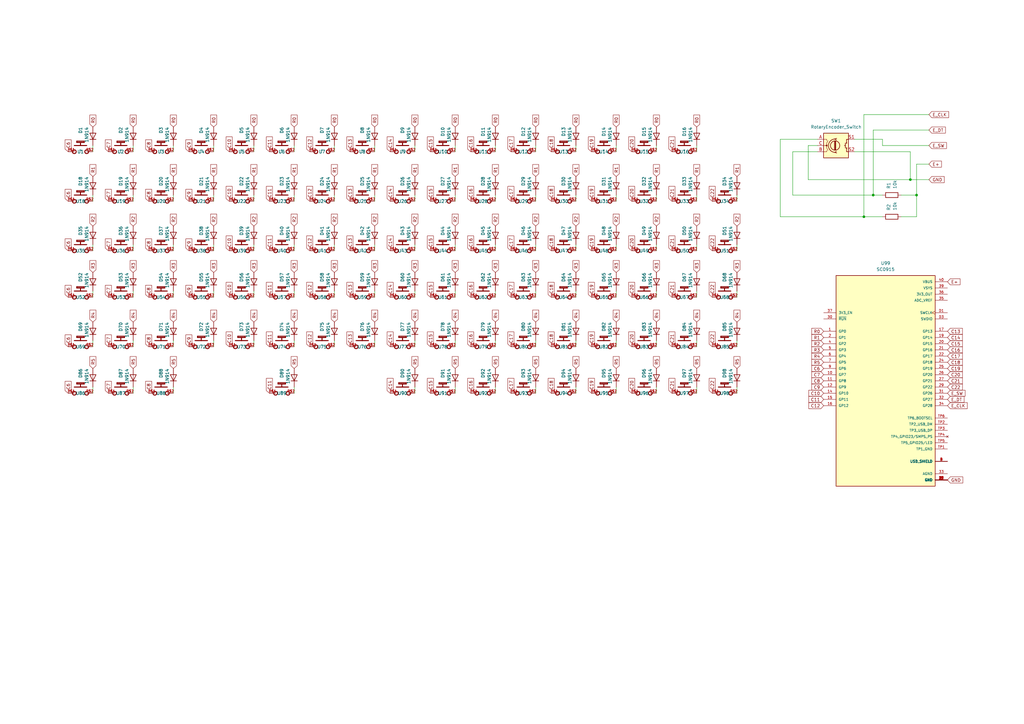
<source format=kicad_sch>
(kicad_sch (version 20230121) (generator eeschema)
  (paper "A3")
  (lib_symbols
    (symbol "Device:R" (pin_numbers hide) (pin_names (offset 0))
      (property "Reference" "R" (at 2.032 0 90))
      (property "Value" "R" (at 0 0 90))
      (symbol "R_1_1"
        (pin passive line (at 0 3.81 270) (length 1.27) (name "~") (number "1"))
        (pin passive line (at 0 -3.81 90) (length 1.27) (name "~") (number "2"))
      )
    )
    (symbol "Device:RotaryEncoder_Switch" (pin_names (offset 0.254) hide)
      (property "Reference" "SW" (at 0 6.604 0))
      (property "Value" "RotaryEncoder_Switch" (at 0 -6.604 0))
      (symbol "RotaryEncoder_Switch_1_1"
        (pin passive line (at -7.62 2.54 0) (length 2.54) (name "A") (number "A"))
        (pin passive line (at -7.62 -2.54 0) (length 2.54) (name "B") (number "B"))
        (pin passive line (at -7.62 0 0) (length 2.54) (name "C") (number "C"))
        (pin passive line (at 7.62 2.54 180) (length 2.54) (name "S1") (number "S1"))
        (pin passive line (at 7.62 -2.54 180) (length 2.54) (name "S2") (number "S2"))
      )
    )
    (symbol "Diode:1N914" (pin_numbers hide) (pin_names hide)
      (property "Reference" "D" (at 0 2.54 0))
      (property "Value" "1N914" (at 0 -2.54 0))
      (symbol "1N914_1_1"
        (pin passive line (at -3.81 0 0) (length 2.54) (name "K") (number "1"))
        (pin passive line (at 3.81 0 180) (length 2.54) (name "A") (number "2"))
      )
    )
    (symbol "MX1A-11NN:MX1A-11NN" (pin_names (offset 1.016))
      (property "Reference" "U" (at -1.27 0 0))
      (symbol "MX1A-11NN_0_0"
        (pin passive line (at -5.08 0 0) (length 2.54) (name "~") (number "P$1"))
        (pin passive line (at 5.08 0 180) (length 2.54) (name "~") (number "P$2"))
      )
    )
    (symbol "SC0915:SC0915" (pin_names (offset 1.016))
      (property "Reference" "U" (at -20.32 44.069 0))
      (property "Value" "SC0915" (at -20.32 -45.72 0))
      (symbol "SC0915_0_0"
        (pin bidirectional line (at -25.4 20.32 0) (length 5.08) (name "GP0") (number "1"))
        (pin bidirectional line (at -25.4 2.54 0) (length 5.08) (name "GP7") (number "10"))
        (pin bidirectional line (at -25.4 0 0) (length 5.08) (name "GP8") (number "11"))
        (pin bidirectional line (at -25.4 -2.54 0) (length 5.08) (name "GP9") (number "12"))
        (pin power_in line (at 25.4 -40.64 180) (length 5.08) (name "GND") (number "13"))
        (pin bidirectional line (at -25.4 -5.08 0) (length 5.08) (name "GP10") (number "14"))
        (pin bidirectional line (at -25.4 -7.62 0) (length 5.08) (name "GP11") (number "15"))
        (pin bidirectional line (at -25.4 -10.16 0) (length 5.08) (name "GP12") (number "16"))
        (pin bidirectional line (at 25.4 20.32 180) (length 5.08) (name "GP13") (number "17"))
        (pin power_in line (at 25.4 -40.64 180) (length 5.08) (name "GND") (number "18"))
        (pin bidirectional line (at 25.4 17.78 180) (length 5.08) (name "GP14") (number "19"))
        (pin bidirectional line (at -25.4 17.78 0) (length 5.08) (name "GP1") (number "2"))
        (pin bidirectional line (at 25.4 15.24 180) (length 5.08) (name "GP15") (number "20"))
        (pin bidirectional line (at 25.4 12.7 180) (length 5.08) (name "GP16") (number "21"))
        (pin bidirectional line (at 25.4 10.16 180) (length 5.08) (name "GP17") (number "22"))
        (pin power_in line (at 25.4 -40.64 180) (length 5.08) (name "GND") (number "23"))
        (pin bidirectional line (at 25.4 7.62 180) (length 5.08) (name "GP18") (number "24"))
        (pin bidirectional line (at 25.4 5.08 180) (length 5.08) (name "GP19") (number "25"))
        (pin bidirectional line (at 25.4 2.54 180) (length 5.08) (name "GP20") (number "26"))
        (pin bidirectional line (at 25.4 0 180) (length 5.08) (name "GP21") (number "27"))
        (pin power_in line (at 25.4 -40.64 180) (length 5.08) (name "GND") (number "28"))
        (pin bidirectional line (at 25.4 -2.54 180) (length 5.08) (name "GP22") (number "29"))
        (pin power_in line (at 25.4 -40.64 180) (length 5.08) (name "GND") (number "3"))
        (pin input line (at -25.4 25.4 0) (length 5.08) (name "~{RUN}") (number "30"))
        (pin bidirectional line (at 25.4 -5.08 180) (length 5.08) (name "GP26") (number "31"))
        (pin bidirectional line (at 25.4 -7.62 180) (length 5.08) (name "GP27") (number "32"))
        (pin power_in line (at 25.4 -38.1 180) (length 5.08) (name "AGND") (number "33"))
        (pin bidirectional line (at 25.4 -10.16 180) (length 5.08) (name "GP28") (number "34"))
        (pin power_in line (at 25.4 33.02 180) (length 5.08) (name "ADC_VREF") (number "35"))
        (pin power_in line (at 25.4 35.56 180) (length 5.08) (name "3V3_OUT") (number "36"))
        (pin input line (at -25.4 27.94 0) (length 5.08) (name "3V3_EN") (number "37"))
        (pin power_in line (at 25.4 -40.64 180) (length 5.08) (name "GND") (number "38"))
        (pin power_in line (at 25.4 38.1 180) (length 5.08) (name "VSYS") (number "39"))
        (pin bidirectional line (at -25.4 15.24 0) (length 5.08) (name "GP2") (number "4"))
        (pin power_in line (at 25.4 40.64 180) (length 5.08) (name "VBUS") (number "40"))
        (pin bidirectional line (at -25.4 12.7 0) (length 5.08) (name "GP3") (number "5"))
        (pin bidirectional line (at -25.4 10.16 0) (length 5.08) (name "GP4") (number "6"))
        (pin bidirectional line (at -25.4 7.62 0) (length 5.08) (name "GP5") (number "7"))
        (pin power_in line (at 25.4 -40.64 180) (length 5.08) (name "GND") (number "8"))
        (pin bidirectional line (at -25.4 5.08 0) (length 5.08) (name "GP6") (number "9"))
        (pin power_in line (at 25.4 -33.02 180) (length 5.08) (name "USB_SHIELD") (number "A"))
        (pin power_in line (at 25.4 -33.02 180) (length 5.08) (name "USB_SHIELD") (number "B"))
        (pin power_in line (at 25.4 -33.02 180) (length 5.08) (name "USB_SHIELD") (number "C"))
        (pin power_in line (at 25.4 -33.02 180) (length 5.08) (name "USB_SHIELD") (number "D"))
        (pin input clock (at 25.4 27.94 180) (length 5.08) (name "SWCLK") (number "D1"))
        (pin power_in line (at 25.4 -40.64 180) (length 5.08) (name "GND") (number "D2"))
        (pin bidirectional line (at 25.4 25.4 180) (length 5.08) (name "SWDIO") (number "D3"))
        (pin power_in line (at 25.4 -27.94 180) (length 5.08) (name "TP1_GND") (number "TP1"))
        (pin bidirectional line (at 25.4 -17.78 180) (length 5.08) (name "TP2_USB_DM") (number "TP2"))
        (pin bidirectional line (at 25.4 -20.32 180) (length 5.08) (name "TP3_USB_DP") (number "TP3"))
        (pin no_connect line (at 25.4 -22.86 180) (length 5.08) (name "TP4_GPIO23/SMPS_PS") (number "TP4"))
        (pin output line (at 25.4 -25.4 180) (length 5.08) (name "TP5_GPIO25/LED") (number "TP5"))
        (pin input line (at 25.4 -15.24 180) (length 5.08) (name "TP6_BOOTSEL") (number "TP6"))
      )
    )
  )
  (junction (at 354.33 88.9))
  (junction (at 358.14 80.01))
  (junction (at 375.92 80.01))
  (junction (at 373.38 73.66))
  (wire (pts (xy 71.12 100.33) (xy 71.12 102.87)))
  (wire (pts (xy 104.14 100.33) (xy 104.14 102.87)))
  (wire (pts (xy 269.24 80.01) (xy 269.24 82.55)))
  (wire (pts (xy 71.12 158.75) (xy 71.12 161.29)))
  (wire (pts (xy 285.75 100.33) (xy 285.75 102.87)))
  (wire (pts (xy 120.65 139.7) (xy 120.65 142.24)))
  (wire (pts (xy 375.92 88.9) (xy 375.92 80.01)))
  (wire (pts (xy 186.69 158.75) (xy 186.69 161.29)))
  (wire (pts (xy 87.63 80.01) (xy 87.63 82.55)))
  (wire (pts (xy 153.67 119.38) (xy 153.67 121.92)))
  (wire (pts (xy 381 46.99) (xy 354.33 46.99)))
  (wire (pts (xy 302.26 119.38) (xy 302.26 121.92)))
  (wire (pts (xy 203.2 100.33) (xy 203.2 102.87)))
  (wire (pts (xy 361.95 80.01) (xy 358.14 80.01)))
  (wire (pts (xy 252.73 158.75) (xy 252.73 161.29)))
  (wire (pts (xy 381 53.34) (xy 358.14 53.34)))
  (wire (pts (xy 236.22 59.69) (xy 236.22 62.23)))
  (wire (pts (xy 331.47 59.69) (xy 331.47 73.66)))
  (wire (pts (xy 170.18 158.75) (xy 170.18 161.29)))
  (wire (pts (xy 325.12 62.23) (xy 335.28 62.23)))
  (wire (pts (xy 302.26 139.7) (xy 302.26 142.24)))
  (wire (pts (xy 375.92 80.01) (xy 375.92 67.31)))
  (wire (pts (xy 137.16 139.7) (xy 137.16 142.24)))
  (wire (pts (xy 325.12 80.01) (xy 325.12 62.23)))
  (wire (pts (xy 186.69 59.69) (xy 186.69 62.23)))
  (wire (pts (xy 203.2 119.38) (xy 203.2 121.92)))
  (wire (pts (xy 236.22 100.33) (xy 236.22 102.87)))
  (wire (pts (xy 120.65 80.01) (xy 120.65 82.55)))
  (wire (pts (xy 285.75 119.38) (xy 285.75 121.92)))
  (wire (pts (xy 137.16 59.69) (xy 137.16 62.23)))
  (wire (pts (xy 285.75 139.7) (xy 285.75 142.24)))
  (wire (pts (xy 38.1 100.33) (xy 38.1 102.87)))
  (wire (pts (xy 269.24 59.69) (xy 269.24 62.23)))
  (wire (pts (xy 361.95 59.69) (xy 381 59.69)))
  (wire (pts (xy 236.22 119.38) (xy 236.22 121.92)))
  (wire (pts (xy 354.33 88.9) (xy 320.04 88.9)))
  (wire (pts (xy 170.18 59.69) (xy 170.18 62.23)))
  (wire (pts (xy 335.28 59.69) (xy 331.47 59.69)))
  (wire (pts (xy 54.61 100.33) (xy 54.61 102.87)))
  (wire (pts (xy 219.71 100.33) (xy 219.71 102.87)))
  (wire (pts (xy 170.18 139.7) (xy 170.18 142.24)))
  (wire (pts (xy 38.1 80.01) (xy 38.1 82.55)))
  (wire (pts (xy 358.14 53.34) (xy 358.14 80.01)))
  (wire (pts (xy 219.71 139.7) (xy 219.71 142.24)))
  (wire (pts (xy 269.24 158.75) (xy 269.24 161.29)))
  (wire (pts (xy 219.71 59.69) (xy 219.71 62.23)))
  (wire (pts (xy 252.73 139.7) (xy 252.73 142.24)))
  (wire (pts (xy 153.67 80.01) (xy 153.67 82.55)))
  (wire (pts (xy 87.63 100.33) (xy 87.63 102.87)))
  (wire (pts (xy 153.67 59.69) (xy 153.67 62.23)))
  (wire (pts (xy 361.95 57.15) (xy 361.95 59.69)))
  (wire (pts (xy 38.1 119.38) (xy 38.1 121.92)))
  (wire (pts (xy 203.2 80.01) (xy 203.2 82.55)))
  (wire (pts (xy 369.57 88.9) (xy 375.92 88.9)))
  (wire (pts (xy 54.61 158.75) (xy 54.61 161.29)))
  (wire (pts (xy 87.63 119.38) (xy 87.63 121.92)))
  (wire (pts (xy 302.26 158.75) (xy 302.26 161.29)))
  (wire (pts (xy 302.26 80.01) (xy 302.26 82.55)))
  (wire (pts (xy 320.04 57.15) (xy 335.28 57.15)))
  (wire (pts (xy 120.65 59.69) (xy 120.65 62.23)))
  (wire (pts (xy 203.2 59.69) (xy 203.2 62.23)))
  (wire (pts (xy 354.33 88.9) (xy 361.95 88.9)))
  (wire (pts (xy 153.67 100.33) (xy 153.67 102.87)))
  (wire (pts (xy 186.69 139.7) (xy 186.69 142.24)))
  (wire (pts (xy 104.14 59.69) (xy 104.14 62.23)))
  (wire (pts (xy 236.22 80.01) (xy 236.22 82.55)))
  (wire (pts (xy 320.04 88.9) (xy 320.04 57.15)))
  (wire (pts (xy 186.69 80.01) (xy 186.69 82.55)))
  (wire (pts (xy 104.14 139.7) (xy 104.14 142.24)))
  (wire (pts (xy 269.24 139.7) (xy 269.24 142.24)))
  (wire (pts (xy 252.73 100.33) (xy 252.73 102.87)))
  (wire (pts (xy 331.47 73.66) (xy 373.38 73.66)))
  (wire (pts (xy 38.1 158.75) (xy 38.1 161.29)))
  (wire (pts (xy 153.67 139.7) (xy 153.67 142.24)))
  (wire (pts (xy 358.14 80.01) (xy 325.12 80.01)))
  (wire (pts (xy 252.73 119.38) (xy 252.73 121.92)))
  (wire (pts (xy 71.12 119.38) (xy 71.12 121.92)))
  (wire (pts (xy 170.18 119.38) (xy 170.18 121.92)))
  (wire (pts (xy 219.71 119.38) (xy 219.71 121.92)))
  (wire (pts (xy 252.73 80.01) (xy 252.73 82.55)))
  (wire (pts (xy 350.52 62.23) (xy 373.38 62.23)))
  (wire (pts (xy 87.63 59.69) (xy 87.63 62.23)))
  (wire (pts (xy 120.65 158.75) (xy 120.65 161.29)))
  (wire (pts (xy 354.33 46.99) (xy 354.33 88.9)))
  (wire (pts (xy 252.73 59.69) (xy 252.73 62.23)))
  (wire (pts (xy 120.65 119.38) (xy 120.65 121.92)))
  (wire (pts (xy 71.12 139.7) (xy 71.12 142.24)))
  (wire (pts (xy 38.1 139.7) (xy 38.1 142.24)))
  (wire (pts (xy 54.61 59.69) (xy 54.61 62.23)))
  (wire (pts (xy 236.22 139.7) (xy 236.22 142.24)))
  (wire (pts (xy 373.38 73.66) (xy 381 73.66)))
  (wire (pts (xy 369.57 80.01) (xy 375.92 80.01)))
  (wire (pts (xy 137.16 100.33) (xy 137.16 102.87)))
  (wire (pts (xy 302.26 100.33) (xy 302.26 102.87)))
  (wire (pts (xy 373.38 62.23) (xy 373.38 73.66)))
  (wire (pts (xy 236.22 158.75) (xy 236.22 161.29)))
  (wire (pts (xy 375.92 67.31) (xy 381 67.31)))
  (wire (pts (xy 38.1 59.69) (xy 38.1 62.23)))
  (wire (pts (xy 54.61 119.38) (xy 54.61 121.92)))
  (wire (pts (xy 285.75 80.01) (xy 285.75 82.55)))
  (wire (pts (xy 54.61 80.01) (xy 54.61 82.55)))
  (wire (pts (xy 219.71 80.01) (xy 219.71 82.55)))
  (wire (pts (xy 71.12 80.01) (xy 71.12 82.55)))
  (wire (pts (xy 186.69 100.33) (xy 186.69 102.87)))
  (wire (pts (xy 137.16 119.38) (xy 137.16 121.92)))
  (wire (pts (xy 104.14 119.38) (xy 104.14 121.92)))
  (wire (pts (xy 269.24 119.38) (xy 269.24 121.92)))
  (wire (pts (xy 285.75 158.75) (xy 285.75 161.29)))
  (wire (pts (xy 137.16 80.01) (xy 137.16 82.55)))
  (wire (pts (xy 350.52 57.15) (xy 361.95 57.15)))
  (wire (pts (xy 120.65 100.33) (xy 120.65 102.87)))
  (wire (pts (xy 285.75 59.69) (xy 285.75 62.23)))
  (wire (pts (xy 87.63 139.7) (xy 87.63 142.24)))
  (wire (pts (xy 104.14 80.01) (xy 104.14 82.55)))
  (wire (pts (xy 203.2 158.75) (xy 203.2 161.29)))
  (wire (pts (xy 170.18 100.33) (xy 170.18 102.87)))
  (wire (pts (xy 269.24 100.33) (xy 269.24 102.87)))
  (wire (pts (xy 219.71 158.75) (xy 219.71 161.29)))
  (wire (pts (xy 71.12 59.69) (xy 71.12 62.23)))
  (wire (pts (xy 186.69 119.38) (xy 186.69 121.92)))
  (wire (pts (xy 54.61 139.7) (xy 54.61 142.24)))
  (wire (pts (xy 203.2 139.7) (xy 203.2 142.24)))
  (wire (pts (xy 170.18 80.01) (xy 170.18 82.55)))
  (global_label "R3" (shape input) (at 203.2 111.76 90) (property "Intersheetrefs" "${INTERSHEET_REFS}" (effects hide)))
  (global_label "C9" (shape input) (at 77.47 121.92 90) (property "Intersheetrefs" "${INTERSHEET_REFS}" (effects hide)))
  (global_label "R2" (shape input) (at 186.69 92.71 90) (property "Intersheetrefs" "${INTERSHEET_REFS}" (effects hide)))
  (global_label "C12" (shape input) (at 337.82 166.37 180) (property "Intersheetrefs" "${INTERSHEET_REFS}" (effects hide)))
  (global_label "R4" (shape input) (at 54.61 132.08 90) (property "Intersheetrefs" "${INTERSHEET_REFS}" (effects hide)))
  (global_label "C16" (shape input) (at 388.62 143.51 0) (property "Intersheetrefs" "${INTERSHEET_REFS}" (effects hide)))
  (global_label "C14" (shape input) (at 160.02 82.55 90) (property "Intersheetrefs" "${INTERSHEET_REFS}" (effects hide)))
  (global_label "R4" (shape input) (at 38.1 132.08 90) (property "Intersheetrefs" "${INTERSHEET_REFS}" (effects hide)))
  (global_label "R4" (shape input) (at 71.12 132.08 90) (property "Intersheetrefs" "${INTERSHEET_REFS}" (effects hide)))
  (global_label "R5" (shape input) (at 269.24 151.13 90) (property "Intersheetrefs" "${INTERSHEET_REFS}" (effects hide)))
  (global_label "C19" (shape input) (at 242.57 121.92 90) (property "Intersheetrefs" "${INTERSHEET_REFS}" (effects hide)))
  (global_label "R1" (shape input) (at 236.22 72.39 90) (property "Intersheetrefs" "${INTERSHEET_REFS}" (effects hide)))
  (global_label "R2" (shape input) (at 302.26 92.71 90) (property "Intersheetrefs" "${INTERSHEET_REFS}" (effects hide)))
  (global_label "R2" (shape input) (at 236.22 92.71 90) (property "Intersheetrefs" "${INTERSHEET_REFS}" (effects hide)))
  (global_label "R1" (shape input) (at 71.12 72.39 90) (property "Intersheetrefs" "${INTERSHEET_REFS}" (effects hide)))
  (global_label "R1" (shape input) (at 38.1 72.39 90) (property "Intersheetrefs" "${INTERSHEET_REFS}" (effects hide)))
  (global_label "C21" (shape input) (at 275.59 142.24 90) (property "Intersheetrefs" "${INTERSHEET_REFS}" (effects hide)))
  (global_label "R0" (shape input) (at 71.12 52.07 90) (property "Intersheetrefs" "${INTERSHEET_REFS}" (effects hide)))
  (global_label "C19" (shape input) (at 242.57 161.29 90) (property "Intersheetrefs" "${INTERSHEET_REFS}" (effects hide)))
  (global_label "C16" (shape input) (at 193.04 121.92 90) (property "Intersheetrefs" "${INTERSHEET_REFS}" (effects hide)))
  (global_label "R2" (shape input) (at 269.24 92.71 90) (property "Intersheetrefs" "${INTERSHEET_REFS}" (effects hide)))
  (global_label "C15" (shape input) (at 176.53 102.87 90) (property "Intersheetrefs" "${INTERSHEET_REFS}" (effects hide)))
  (global_label "R0" (shape input) (at 120.65 52.07 90) (property "Intersheetrefs" "${INTERSHEET_REFS}" (effects hide)))
  (global_label "E_SW" (shape input) (at 381 59.69 0) (property "Intersheetrefs" "${INTERSHEET_REFS}" (effects hide)))
  (global_label "C15" (shape input) (at 176.53 121.92 90) (property "Intersheetrefs" "${INTERSHEET_REFS}" (effects hide)))
  (global_label "R4" (shape input) (at 120.65 132.08 90) (property "Intersheetrefs" "${INTERSHEET_REFS}" (effects hide)))
  (global_label "R0" (shape input) (at 252.73 52.07 90) (property "Intersheetrefs" "${INTERSHEET_REFS}" (effects hide)))
  (global_label "C16" (shape input) (at 193.04 161.29 90) (property "Intersheetrefs" "${INTERSHEET_REFS}" (effects hide)))
  (global_label "R3" (shape input) (at 71.12 111.76 90) (property "Intersheetrefs" "${INTERSHEET_REFS}" (effects hide)))
  (global_label "C7" (shape input) (at 44.45 62.23 90) (property "Intersheetrefs" "${INTERSHEET_REFS}" (effects hide)))
  (global_label "C22" (shape input) (at 292.1 161.29 90) (property "Intersheetrefs" "${INTERSHEET_REFS}" (effects hide)))
  (global_label "R2" (shape input) (at 120.65 92.71 90) (property "Intersheetrefs" "${INTERSHEET_REFS}" (effects hide)))
  (global_label "R4" (shape input) (at 302.26 132.08 90) (property "Intersheetrefs" "${INTERSHEET_REFS}" (effects hide)))
  (global_label "C8" (shape input) (at 60.96 102.87 90) (property "Intersheetrefs" "${INTERSHEET_REFS}" (effects hide)))
  (global_label "C17" (shape input) (at 209.55 102.87 90) (property "Intersheetrefs" "${INTERSHEET_REFS}" (effects hide)))
  (global_label "C19" (shape input) (at 242.57 82.55 90) (property "Intersheetrefs" "${INTERSHEET_REFS}" (effects hide)))
  (global_label "R5" (shape input) (at 38.1 151.13 90) (property "Intersheetrefs" "${INTERSHEET_REFS}" (effects hide)))
  (global_label "R3" (shape input) (at 54.61 111.76 90) (property "Intersheetrefs" "${INTERSHEET_REFS}" (effects hide)))
  (global_label "C16" (shape input) (at 193.04 82.55 90) (property "Intersheetrefs" "${INTERSHEET_REFS}" (effects hide)))
  (global_label "C13" (shape input) (at 143.51 102.87 90) (property "Intersheetrefs" "${INTERSHEET_REFS}" (effects hide)))
  (global_label "R0" (shape input) (at 153.67 52.07 90) (property "Intersheetrefs" "${INTERSHEET_REFS}" (effects hide)))
  (global_label "R4" (shape input) (at 203.2 132.08 90) (property "Intersheetrefs" "${INTERSHEET_REFS}" (effects hide)))
  (global_label "C6" (shape input) (at 27.94 142.24 90) (property "Intersheetrefs" "${INTERSHEET_REFS}" (effects hide)))
  (global_label "R0" (shape input) (at 170.18 52.07 90) (property "Intersheetrefs" "${INTERSHEET_REFS}" (effects hide)))
  (global_label "C7" (shape input) (at 44.45 161.29 90) (property "Intersheetrefs" "${INTERSHEET_REFS}" (effects hide)))
  (global_label "C6" (shape input) (at 337.82 151.13 180) (property "Intersheetrefs" "${INTERSHEET_REFS}" (effects hide)))
  (global_label "C11" (shape input) (at 110.49 82.55 90) (property "Intersheetrefs" "${INTERSHEET_REFS}" (effects hide)))
  (global_label "R4" (shape input) (at 87.63 132.08 90) (property "Intersheetrefs" "${INTERSHEET_REFS}" (effects hide)))
  (global_label "C20" (shape input) (at 259.08 102.87 90) (property "Intersheetrefs" "${INTERSHEET_REFS}" (effects hide)))
  (global_label "R1" (shape input) (at 203.2 72.39 90) (property "Intersheetrefs" "${INTERSHEET_REFS}" (effects hide)))
  (global_label "R3" (shape input) (at 137.16 111.76 90) (property "Intersheetrefs" "${INTERSHEET_REFS}" (effects hide)))
  (global_label "R3" (shape input) (at 120.65 111.76 90) (property "Intersheetrefs" "${INTERSHEET_REFS}" (effects hide)))
  (global_label "C8" (shape input) (at 60.96 82.55 90) (property "Intersheetrefs" "${INTERSHEET_REFS}" (effects hide)))
  (global_label "R1" (shape input) (at 337.82 138.43 180) (property "Intersheetrefs" "${INTERSHEET_REFS}" (effects hide)))
  (global_label "C7" (shape input) (at 337.82 153.67 180) (property "Intersheetrefs" "${INTERSHEET_REFS}" (effects hide)))
  (global_label "C9" (shape input) (at 77.47 62.23 90) (property "Intersheetrefs" "${INTERSHEET_REFS}" (effects hide)))
  (global_label "R5" (shape input) (at 252.73 151.13 90) (property "Intersheetrefs" "${INTERSHEET_REFS}" (effects hide)))
  (global_label "C15" (shape input) (at 176.53 82.55 90) (property "Intersheetrefs" "${INTERSHEET_REFS}" (effects hide)))
  (global_label "C11" (shape input) (at 110.49 62.23 90) (property "Intersheetrefs" "${INTERSHEET_REFS}" (effects hide)))
  (global_label "C21" (shape input) (at 275.59 161.29 90) (property "Intersheetrefs" "${INTERSHEET_REFS}" (effects hide)))
  (global_label "C14" (shape input) (at 160.02 62.23 90) (property "Intersheetrefs" "${INTERSHEET_REFS}" (effects hide)))
  (global_label "C21" (shape input) (at 275.59 62.23 90) (property "Intersheetrefs" "${INTERSHEET_REFS}" (effects hide)))
  (global_label "C21" (shape input) (at 275.59 82.55 90) (property "Intersheetrefs" "${INTERSHEET_REFS}" (effects hide)))
  (global_label "R2" (shape input) (at 203.2 92.71 90) (property "Intersheetrefs" "${INTERSHEET_REFS}" (effects hide)))
  (global_label "R5" (shape input) (at 219.71 151.13 90) (property "Intersheetrefs" "${INTERSHEET_REFS}" (effects hide)))
  (global_label "C12" (shape input) (at 127 142.24 90) (property "Intersheetrefs" "${INTERSHEET_REFS}" (effects hide)))
  (global_label "C13" (shape input) (at 143.51 82.55 90) (property "Intersheetrefs" "${INTERSHEET_REFS}" (effects hide)))
  (global_label "R1" (shape input) (at 104.14 72.39 90) (property "Intersheetrefs" "${INTERSHEET_REFS}" (effects hide)))
  (global_label "C17" (shape input) (at 388.62 146.05 0) (property "Intersheetrefs" "${INTERSHEET_REFS}" (effects hide)))
  (global_label "C8" (shape input) (at 337.82 156.21 180) (property "Intersheetrefs" "${INTERSHEET_REFS}" (effects hide)))
  (global_label "R3" (shape input) (at 252.73 111.76 90) (property "Intersheetrefs" "${INTERSHEET_REFS}" (effects hide)))
  (global_label "C18" (shape input) (at 226.06 62.23 90) (property "Intersheetrefs" "${INTERSHEET_REFS}" (effects hide)))
  (global_label "C11" (shape input) (at 337.82 163.83 180) (property "Intersheetrefs" "${INTERSHEET_REFS}" (effects hide)))
  (global_label "C20" (shape input) (at 259.08 121.92 90) (property "Intersheetrefs" "${INTERSHEET_REFS}" (effects hide)))
  (global_label "C17" (shape input) (at 209.55 62.23 90) (property "Intersheetrefs" "${INTERSHEET_REFS}" (effects hide)))
  (global_label "R2" (shape input) (at 252.73 92.71 90) (property "Intersheetrefs" "${INTERSHEET_REFS}" (effects hide)))
  (global_label "R1" (shape input) (at 87.63 72.39 90) (property "Intersheetrefs" "${INTERSHEET_REFS}" (effects hide)))
  (global_label "C15" (shape input) (at 176.53 62.23 90) (property "Intersheetrefs" "${INTERSHEET_REFS}" (effects hide)))
  (global_label "C10" (shape input) (at 93.98 82.55 90) (property "Intersheetrefs" "${INTERSHEET_REFS}" (effects hide)))
  (global_label "R1" (shape input) (at 170.18 72.39 90) (property "Intersheetrefs" "${INTERSHEET_REFS}" (effects hide)))
  (global_label "R0" (shape input) (at 87.63 52.07 90) (property "Intersheetrefs" "${INTERSHEET_REFS}" (effects hide)))
  (global_label "R3" (shape input) (at 219.71 111.76 90) (property "Intersheetrefs" "${INTERSHEET_REFS}" (effects hide)))
  (global_label "R2" (shape input) (at 87.63 92.71 90) (property "Intersheetrefs" "${INTERSHEET_REFS}" (effects hide)))
  (global_label "C10" (shape input) (at 93.98 121.92 90) (property "Intersheetrefs" "${INTERSHEET_REFS}" (effects hide)))
  (global_label "C21" (shape input) (at 388.62 156.21 0) (property "Intersheetrefs" "${INTERSHEET_REFS}" (effects hide)))
  (global_label "E_DT" (shape input) (at 388.62 163.83 0) (property "Intersheetrefs" "${INTERSHEET_REFS}" (effects hide)))
  (global_label "C9" (shape input) (at 77.47 142.24 90) (property "Intersheetrefs" "${INTERSHEET_REFS}" (effects hide)))
  (global_label "R2" (shape input) (at 170.18 92.71 90) (property "Intersheetrefs" "${INTERSHEET_REFS}" (effects hide)))
  (global_label "R4" (shape input) (at 337.82 146.05 180) (property "Intersheetrefs" "${INTERSHEET_REFS}" (effects hide)))
  (global_label "E_SW" (shape input) (at 388.62 161.29 0) (property "Intersheetrefs" "${INTERSHEET_REFS}" (effects hide)))
  (global_label "R0" (shape input) (at 203.2 52.07 90) (property "Intersheetrefs" "${INTERSHEET_REFS}" (effects hide)))
  (global_label "E+" (shape input) (at 388.62 115.57 0) (property "Intersheetrefs" "${INTERSHEET_REFS}" (effects hide)))
  (global_label "C17" (shape input) (at 209.55 82.55 90) (property "Intersheetrefs" "${INTERSHEET_REFS}" (effects hide)))
  (global_label "C6" (shape input) (at 27.94 82.55 90) (property "Intersheetrefs" "${INTERSHEET_REFS}" (effects hide)))
  (global_label "C10" (shape input) (at 337.82 161.29 180) (property "Intersheetrefs" "${INTERSHEET_REFS}" (effects hide)))
  (global_label "R2" (shape input) (at 71.12 92.71 90) (property "Intersheetrefs" "${INTERSHEET_REFS}" (effects hide)))
  (global_label "C17" (shape input) (at 209.55 121.92 90) (property "Intersheetrefs" "${INTERSHEET_REFS}" (effects hide)))
  (global_label "C11" (shape input) (at 110.49 121.92 90) (property "Intersheetrefs" "${INTERSHEET_REFS}" (effects hide)))
  (global_label "GND" (shape input) (at 381 73.66 0) (property "Intersheetrefs" "${INTERSHEET_REFS}" (effects hide)))
  (global_label "C7" (shape input) (at 44.45 82.55 90) (property "Intersheetrefs" "${INTERSHEET_REFS}" (effects hide)))
  (global_label "R2" (shape input) (at 219.71 92.71 90) (property "Intersheetrefs" "${INTERSHEET_REFS}" (effects hide)))
  (global_label "C13" (shape input) (at 143.51 62.23 90) (property "Intersheetrefs" "${INTERSHEET_REFS}" (effects hide)))
  (global_label "C11" (shape input) (at 110.49 161.29 90) (property "Intersheetrefs" "${INTERSHEET_REFS}" (effects hide)))
  (global_label "C18" (shape input) (at 388.62 148.59 0) (property "Intersheetrefs" "${INTERSHEET_REFS}" (effects hide)))
  (global_label "R1" (shape input) (at 302.26 72.39 90) (property "Intersheetrefs" "${INTERSHEET_REFS}" (effects hide)))
  (global_label "C19" (shape input) (at 242.57 62.23 90) (property "Intersheetrefs" "${INTERSHEET_REFS}" (effects hide)))
  (global_label "R5" (shape input) (at 236.22 151.13 90) (property "Intersheetrefs" "${INTERSHEET_REFS}" (effects hide)))
  (global_label "R3" (shape input) (at 87.63 111.76 90) (property "Intersheetrefs" "${INTERSHEET_REFS}" (effects hide)))
  (global_label "R1" (shape input) (at 153.67 72.39 90) (property "Intersheetrefs" "${INTERSHEET_REFS}" (effects hide)))
  (global_label "R3" (shape input) (at 269.24 111.76 90) (property "Intersheetrefs" "${INTERSHEET_REFS}" (effects hide)))
  (global_label "C16" (shape input) (at 193.04 102.87 90) (property "Intersheetrefs" "${INTERSHEET_REFS}" (effects hide)))
  (global_label "R1" (shape input) (at 120.65 72.39 90) (property "Intersheetrefs" "${INTERSHEET_REFS}" (effects hide)))
  (global_label "C7" (shape input) (at 44.45 102.87 90) (property "Intersheetrefs" "${INTERSHEET_REFS}" (effects hide)))
  (global_label "C6" (shape input) (at 27.94 161.29 90) (property "Intersheetrefs" "${INTERSHEET_REFS}" (effects hide)))
  (global_label "R2" (shape input) (at 38.1 92.71 90) (property "Intersheetrefs" "${INTERSHEET_REFS}" (effects hide)))
  (global_label "C18" (shape input) (at 226.06 102.87 90) (property "Intersheetrefs" "${INTERSHEET_REFS}" (effects hide)))
  (global_label "GND" (shape input) (at 388.62 196.85 0) (property "Intersheetrefs" "${INTERSHEET_REFS}" (effects hide)))
  (global_label "C6" (shape input) (at 27.94 62.23 90) (property "Intersheetrefs" "${INTERSHEET_REFS}" (effects hide)))
  (global_label "R5" (shape input) (at 186.69 151.13 90) (property "Intersheetrefs" "${INTERSHEET_REFS}" (effects hide)))
  (global_label "C20" (shape input) (at 259.08 161.29 90) (property "Intersheetrefs" "${INTERSHEET_REFS}" (effects hide)))
  (global_label "C14" (shape input) (at 160.02 161.29 90) (property "Intersheetrefs" "${INTERSHEET_REFS}" (effects hide)))
  (global_label "C14" (shape input) (at 388.62 138.43 0) (property "Intersheetrefs" "${INTERSHEET_REFS}" (effects hide)))
  (global_label "R3" (shape input) (at 104.14 111.76 90) (property "Intersheetrefs" "${INTERSHEET_REFS}" (effects hide)))
  (global_label "R3" (shape input) (at 38.1 111.76 90) (property "Intersheetrefs" "${INTERSHEET_REFS}" (effects hide)))
  (global_label "C14" (shape input) (at 160.02 121.92 90) (property "Intersheetrefs" "${INTERSHEET_REFS}" (effects hide)))
  (global_label "E+" (shape input) (at 381 67.31 0) (property "Intersheetrefs" "${INTERSHEET_REFS}" (effects hide)))
  (global_label "R2" (shape input) (at 337.82 140.97 180) (property "Intersheetrefs" "${INTERSHEET_REFS}" (effects hide)))
  (global_label "C10" (shape input) (at 93.98 142.24 90) (property "Intersheetrefs" "${INTERSHEET_REFS}" (effects hide)))
  (global_label "R0" (shape input) (at 285.75 52.07 90) (property "Intersheetrefs" "${INTERSHEET_REFS}" (effects hide)))
  (global_label "R5" (shape input) (at 337.82 148.59 180) (property "Intersheetrefs" "${INTERSHEET_REFS}" (effects hide)))
  (global_label "R0" (shape input) (at 337.82 135.89 180) (property "Intersheetrefs" "${INTERSHEET_REFS}" (effects hide)))
  (global_label "R2" (shape input) (at 104.14 92.71 90) (property "Intersheetrefs" "${INTERSHEET_REFS}" (effects hide)))
  (global_label "C12" (shape input) (at 127 62.23 90) (property "Intersheetrefs" "${INTERSHEET_REFS}" (effects hide)))
  (global_label "R3" (shape input) (at 186.69 111.76 90) (property "Intersheetrefs" "${INTERSHEET_REFS}" (effects hide)))
  (global_label "C16" (shape input) (at 193.04 142.24 90) (property "Intersheetrefs" "${INTERSHEET_REFS}" (effects hide)))
  (global_label "C9" (shape input) (at 337.82 158.75 180) (property "Intersheetrefs" "${INTERSHEET_REFS}" (effects hide)))
  (global_label "R4" (shape input) (at 186.69 132.08 90) (property "Intersheetrefs" "${INTERSHEET_REFS}" (effects hide)))
  (global_label "E_CLK" (shape input) (at 388.62 166.37 0) (property "Intersheetrefs" "${INTERSHEET_REFS}" (effects hide)))
  (global_label "R4" (shape input) (at 170.18 132.08 90) (property "Intersheetrefs" "${INTERSHEET_REFS}" (effects hide)))
  (global_label "R2" (shape input) (at 285.75 92.71 90) (property "Intersheetrefs" "${INTERSHEET_REFS}" (effects hide)))
  (global_label "R1" (shape input) (at 269.24 72.39 90) (property "Intersheetrefs" "${INTERSHEET_REFS}" (effects hide)))
  (global_label "C20" (shape input) (at 259.08 62.23 90) (property "Intersheetrefs" "${INTERSHEET_REFS}" (effects hide)))
  (global_label "R4" (shape input) (at 137.16 132.08 90) (property "Intersheetrefs" "${INTERSHEET_REFS}" (effects hide)))
  (global_label "R1" (shape input) (at 252.73 72.39 90) (property "Intersheetrefs" "${INTERSHEET_REFS}" (effects hide)))
  (global_label "C7" (shape input) (at 44.45 121.92 90) (property "Intersheetrefs" "${INTERSHEET_REFS}" (effects hide)))
  (global_label "R0" (shape input) (at 269.24 52.07 90) (property "Intersheetrefs" "${INTERSHEET_REFS}" (effects hide)))
  (global_label "C22" (shape input) (at 292.1 102.87 90) (property "Intersheetrefs" "${INTERSHEET_REFS}" (effects hide)))
  (global_label "R5" (shape input) (at 54.61 151.13 90) (property "Intersheetrefs" "${INTERSHEET_REFS}" (effects hide)))
  (global_label "R0" (shape input) (at 137.16 52.07 90) (property "Intersheetrefs" "${INTERSHEET_REFS}" (effects hide)))
  (global_label "C19" (shape input) (at 388.62 151.13 0) (property "Intersheetrefs" "${INTERSHEET_REFS}" (effects hide)))
  (global_label "R2" (shape input) (at 54.61 92.71 90) (property "Intersheetrefs" "${INTERSHEET_REFS}" (effects hide)))
  (global_label "R0" (shape input) (at 219.71 52.07 90) (property "Intersheetrefs" "${INTERSHEET_REFS}" (effects hide)))
  (global_label "C12" (shape input) (at 127 121.92 90) (property "Intersheetrefs" "${INTERSHEET_REFS}" (effects hide)))
  (global_label "C18" (shape input) (at 226.06 142.24 90) (property "Intersheetrefs" "${INTERSHEET_REFS}" (effects hide)))
  (global_label "R0" (shape input) (at 236.22 52.07 90) (property "Intersheetrefs" "${INTERSHEET_REFS}" (effects hide)))
  (global_label "C19" (shape input) (at 242.57 102.87 90) (property "Intersheetrefs" "${INTERSHEET_REFS}" (effects hide)))
  (global_label "C9" (shape input) (at 77.47 102.87 90) (property "Intersheetrefs" "${INTERSHEET_REFS}" (effects hide)))
  (global_label "R3" (shape input) (at 302.26 111.76 90) (property "Intersheetrefs" "${INTERSHEET_REFS}" (effects hide)))
  (global_label "E_CLK" (shape input) (at 381 46.99 0) (property "Intersheetrefs" "${INTERSHEET_REFS}" (effects hide)))
  (global_label "R5" (shape input) (at 170.18 151.13 90) (property "Intersheetrefs" "${INTERSHEET_REFS}" (effects hide)))
  (global_label "R0" (shape input) (at 186.69 52.07 90) (property "Intersheetrefs" "${INTERSHEET_REFS}" (effects hide)))
  (global_label "C22" (shape input) (at 292.1 121.92 90) (property "Intersheetrefs" "${INTERSHEET_REFS}" (effects hide)))
  (global_label "R1" (shape input) (at 137.16 72.39 90) (property "Intersheetrefs" "${INTERSHEET_REFS}" (effects hide)))
  (global_label "C7" (shape input) (at 44.45 142.24 90) (property "Intersheetrefs" "${INTERSHEET_REFS}" (effects hide)))
  (global_label "C8" (shape input) (at 60.96 62.23 90) (property "Intersheetrefs" "${INTERSHEET_REFS}" (effects hide)))
  (global_label "R5" (shape input) (at 120.65 151.13 90) (property "Intersheetrefs" "${INTERSHEET_REFS}" (effects hide)))
  (global_label "C15" (shape input) (at 388.62 140.97 0) (property "Intersheetrefs" "${INTERSHEET_REFS}" (effects hide)))
  (global_label "C17" (shape input) (at 209.55 161.29 90) (property "Intersheetrefs" "${INTERSHEET_REFS}" (effects hide)))
  (global_label "C20" (shape input) (at 259.08 142.24 90) (property "Intersheetrefs" "${INTERSHEET_REFS}" (effects hide)))
  (global_label "C12" (shape input) (at 127 102.87 90) (property "Intersheetrefs" "${INTERSHEET_REFS}" (effects hide)))
  (global_label "C10" (shape input) (at 93.98 102.87 90) (property "Intersheetrefs" "${INTERSHEET_REFS}" (effects hide)))
  (global_label "R4" (shape input) (at 285.75 132.08 90) (property "Intersheetrefs" "${INTERSHEET_REFS}" (effects hide)))
  (global_label "C18" (shape input) (at 226.06 82.55 90) (property "Intersheetrefs" "${INTERSHEET_REFS}" (effects hide)))
  (global_label "C14" (shape input) (at 160.02 102.87 90) (property "Intersheetrefs" "${INTERSHEET_REFS}" (effects hide)))
  (global_label "C6" (shape input) (at 27.94 121.92 90) (property "Intersheetrefs" "${INTERSHEET_REFS}" (effects hide)))
  (global_label "C21" (shape input) (at 275.59 121.92 90) (property "Intersheetrefs" "${INTERSHEET_REFS}" (effects hide)))
  (global_label "R2" (shape input) (at 153.67 92.71 90) (property "Intersheetrefs" "${INTERSHEET_REFS}" (effects hide)))
  (global_label "C16" (shape input) (at 193.04 62.23 90) (property "Intersheetrefs" "${INTERSHEET_REFS}" (effects hide)))
  (global_label "C22" (shape input) (at 292.1 142.24 90) (property "Intersheetrefs" "${INTERSHEET_REFS}" (effects hide)))
  (global_label "R4" (shape input) (at 104.14 132.08 90) (property "Intersheetrefs" "${INTERSHEET_REFS}" (effects hide)))
  (global_label "C9" (shape input) (at 77.47 82.55 90) (property "Intersheetrefs" "${INTERSHEET_REFS}" (effects hide)))
  (global_label "R5" (shape input) (at 302.26 151.13 90) (property "Intersheetrefs" "${INTERSHEET_REFS}" (effects hide)))
  (global_label "R0" (shape input) (at 104.14 52.07 90) (property "Intersheetrefs" "${INTERSHEET_REFS}" (effects hide)))
  (global_label "C22" (shape input) (at 388.62 158.75 0) (property "Intersheetrefs" "${INTERSHEET_REFS}" (effects hide)))
  (global_label "C11" (shape input) (at 110.49 102.87 90) (property "Intersheetrefs" "${INTERSHEET_REFS}" (effects hide)))
  (global_label "R3" (shape input) (at 153.67 111.76 90) (property "Intersheetrefs" "${INTERSHEET_REFS}" (effects hide)))
  (global_label "R4" (shape input) (at 219.71 132.08 90) (property "Intersheetrefs" "${INTERSHEET_REFS}" (effects hide)))
  (global_label "R4" (shape input) (at 269.24 132.08 90) (property "Intersheetrefs" "${INTERSHEET_REFS}" (effects hide)))
  (global_label "C8" (shape input) (at 60.96 161.29 90) (property "Intersheetrefs" "${INTERSHEET_REFS}" (effects hide)))
  (global_label "C13" (shape input) (at 388.62 135.89 0) (property "Intersheetrefs" "${INTERSHEET_REFS}" (effects hide)))
  (global_label "C20" (shape input) (at 259.08 82.55 90) (property "Intersheetrefs" "${INTERSHEET_REFS}" (effects hide)))
  (global_label "R3" (shape input) (at 236.22 111.76 90) (property "Intersheetrefs" "${INTERSHEET_REFS}" (effects hide)))
  (global_label "C6" (shape input) (at 27.94 102.87 90) (property "Intersheetrefs" "${INTERSHEET_REFS}" (effects hide)))
  (global_label "R1" (shape input) (at 285.75 72.39 90) (property "Intersheetrefs" "${INTERSHEET_REFS}" (effects hide)))
  (global_label "R1" (shape input) (at 186.69 72.39 90) (property "Intersheetrefs" "${INTERSHEET_REFS}" (effects hide)))
  (global_label "R1" (shape input) (at 54.61 72.39 90) (property "Intersheetrefs" "${INTERSHEET_REFS}" (effects hide)))
  (global_label "C18" (shape input) (at 226.06 161.29 90) (property "Intersheetrefs" "${INTERSHEET_REFS}" (effects hide)))
  (global_label "C11" (shape input) (at 110.49 142.24 90) (property "Intersheetrefs" "${INTERSHEET_REFS}" (effects hide)))
  (global_label "C14" (shape input) (at 160.02 142.24 90) (property "Intersheetrefs" "${INTERSHEET_REFS}" (effects hide)))
  (global_label "C19" (shape input) (at 242.57 142.24 90) (property "Intersheetrefs" "${INTERSHEET_REFS}" (effects hide)))
  (global_label "R3" (shape input) (at 337.82 143.51 180) (property "Intersheetrefs" "${INTERSHEET_REFS}" (effects hide)))
  (global_label "C22" (shape input) (at 292.1 82.55 90) (property "Intersheetrefs" "${INTERSHEET_REFS}" (effects hide)))
  (global_label "C15" (shape input) (at 176.53 142.24 90) (property "Intersheetrefs" "${INTERSHEET_REFS}" (effects hide)))
  (global_label "R0" (shape input) (at 54.61 52.07 90) (property "Intersheetrefs" "${INTERSHEET_REFS}" (effects hide)))
  (global_label "R5" (shape input) (at 71.12 151.13 90) (property "Intersheetrefs" "${INTERSHEET_REFS}" (effects hide)))
  (global_label "R4" (shape input) (at 252.73 132.08 90) (property "Intersheetrefs" "${INTERSHEET_REFS}" (effects hide)))
  (global_label "C18" (shape input) (at 226.06 121.92 90) (property "Intersheetrefs" "${INTERSHEET_REFS}" (effects hide)))
  (global_label "C21" (shape input) (at 275.59 102.87 90) (property "Intersheetrefs" "${INTERSHEET_REFS}" (effects hide)))
  (global_label "C13" (shape input) (at 143.51 142.24 90) (property "Intersheetrefs" "${INTERSHEET_REFS}" (effects hide)))
  (global_label "E_DT" (shape input) (at 381 53.34 0) (property "Intersheetrefs" "${INTERSHEET_REFS}" (effects hide)))
  (global_label "C8" (shape input) (at 60.96 121.92 90) (property "Intersheetrefs" "${INTERSHEET_REFS}" (effects hide)))
  (global_label "R5" (shape input) (at 285.75 151.13 90) (property "Intersheetrefs" "${INTERSHEET_REFS}" (effects hide)))
  (global_label "R3" (shape input) (at 170.18 111.76 90) (property "Intersheetrefs" "${INTERSHEET_REFS}" (effects hide)))
  (global_label "C12" (shape input) (at 127 82.55 90) (property "Intersheetrefs" "${INTERSHEET_REFS}" (effects hide)))
  (global_label "R0" (shape input) (at 38.1 52.07 90) (property "Intersheetrefs" "${INTERSHEET_REFS}" (effects hide)))
  (global_label "R4" (shape input) (at 153.67 132.08 90) (property "Intersheetrefs" "${INTERSHEET_REFS}" (effects hide)))
  (global_label "R1" (shape input) (at 219.71 72.39 90) (property "Intersheetrefs" "${INTERSHEET_REFS}" (effects hide)))
  (global_label "R4" (shape input) (at 236.22 132.08 90) (property "Intersheetrefs" "${INTERSHEET_REFS}" (effects hide)))
  (global_label "R2" (shape input) (at 137.16 92.71 90) (property "Intersheetrefs" "${INTERSHEET_REFS}" (effects hide)))
  (global_label "C13" (shape input) (at 143.51 121.92 90) (property "Intersheetrefs" "${INTERSHEET_REFS}" (effects hide)))
  (global_label "C17" (shape input) (at 209.55 142.24 90) (property "Intersheetrefs" "${INTERSHEET_REFS}" (effects hide)))
  (global_label "R3" (shape input) (at 285.75 111.76 90) (property "Intersheetrefs" "${INTERSHEET_REFS}" (effects hide)))
  (global_label "C10" (shape input) (at 93.98 62.23 90) (property "Intersheetrefs" "${INTERSHEET_REFS}" (effects hide)))
  (global_label "R5" (shape input) (at 203.2 151.13 90) (property "Intersheetrefs" "${INTERSHEET_REFS}" (effects hide)))
  (global_label "C8" (shape input) (at 60.96 142.24 90) (property "Intersheetrefs" "${INTERSHEET_REFS}" (effects hide)))
  (global_label "C15" (shape input) (at 176.53 161.29 90) (property "Intersheetrefs" "${INTERSHEET_REFS}" (effects hide)))
  (global_label "C20" (shape input) (at 388.62 153.67 0) (property "Intersheetrefs" "${INTERSHEET_REFS}" (effects hide)))
  (symbol (lib_id "MX1A-11NN:MX1A-11NN") (at 165.1 62.23 0) (unit 1)
    (property "Reference" "U9" (at 165.1 62.23 0))
    (property "Value" "~" (at 165.1 62.23 0) (effects (justify bottom)))
    (property "Footprint" "gaterons:CHERRY_MX1A-11NN_SWITCH" (effects hide))
    (property "SnapEDA_Link" " " (effects hide))
  )
  (symbol (lib_id "MX1A-11NN:MX1A-11NN") (at 264.16 82.55 0) (unit 1)
    (property "Reference" "U32" (at 264.16 82.55 0))
    (property "Value" "~" (at 264.16 82.55 0) (effects (justify bottom)))
    (property "Footprint" "gaterons:CHERRY_MX1A-11NN_SWITCH" (effects hide))
    (property "SnapEDA_Link" " " (effects hide))
  )
  (symbol (lib_id "Diode:1N914") (at 87.63 135.89 90) (unit 1)
    (property "Reference" "D72" (at 82.55 132.08 0) (effects (justify right)))
    (property "Value" "1N914" (at 85.09 132.08 0) (effects (justify right)))
    (property "Footprint" "Diode_THT:D_DO-35_SOD27_P7.62mm_Horizontal" (effects hide))
    (property "Datasheet" "http://www.vishay.com/docs/85622/1n914.pdf" (effects hide))
    (property "Sim.Device" "D" (effects hide))
    (property "Sim.Pins" "1=K 2=A" (effects hide))
  )
  (symbol (lib_id "Diode:1N914") (at 269.24 76.2 90) (unit 1)
    (property "Reference" "D32" (at 264.16 72.39 0) (effects (justify right)))
    (property "Value" "1N914" (at 266.7 72.39 0) (effects (justify right)))
    (property "Footprint" "Diode_THT:D_DO-35_SOD27_P7.62mm_Horizontal" (effects hide))
    (property "Datasheet" "http://www.vishay.com/docs/85622/1n914.pdf" (effects hide))
    (property "Sim.Device" "D" (effects hide))
    (property "Sim.Pins" "1=K 2=A" (effects hide))
  )
  (symbol (lib_id "Diode:1N914") (at 285.75 135.89 90) (unit 1)
    (property "Reference" "D84" (at 280.67 132.08 0) (effects (justify right)))
    (property "Value" "1N914" (at 283.21 132.08 0) (effects (justify right)))
    (property "Footprint" "Diode_THT:D_DO-35_SOD27_P7.62mm_Horizontal" (effects hide))
    (property "Datasheet" "http://www.vishay.com/docs/85622/1n914.pdf" (effects hide))
    (property "Sim.Device" "D" (effects hide))
    (property "Sim.Pins" "1=K 2=A" (effects hide))
  )
  (symbol (lib_id "MX1A-11NN:MX1A-11NN") (at 181.61 121.92 0) (unit 1)
    (property "Reference" "U61" (at 181.61 121.92 0))
    (property "Value" "~" (at 181.61 121.92 0) (effects (justify bottom)))
    (property "Footprint" "gaterons:CHERRY_MX1A-11NN_SWITCH" (effects hide))
    (property "SnapEDA_Link" " " (effects hide))
  )
  (symbol (lib_id "MX1A-11NN:MX1A-11NN") (at 280.67 161.29 0) (unit 1)
    (property "Reference" "U97" (at 280.67 161.29 0))
    (property "Value" "~" (at 280.67 161.29 0) (effects (justify bottom)))
    (property "Footprint" "gaterons:CHERRY_MX1A-11NN_SWITCH" (effects hide))
    (property "SnapEDA_Link" " " (effects hide))
  )
  (symbol (lib_id "MX1A-11NN:MX1A-11NN") (at 165.1 102.87 0) (unit 1)
    (property "Reference" "U43" (at 165.1 102.87 0))
    (property "Value" "~" (at 165.1 102.87 0) (effects (justify bottom)))
    (property "Footprint" "gaterons:CHERRY_MX1A-11NN_SWITCH" (effects hide))
    (property "SnapEDA_Link" " " (effects hide))
  )
  (symbol (lib_id "MX1A-11NN:MX1A-11NN") (at 198.12 161.29 0) (unit 1)
    (property "Reference" "U92" (at 198.12 161.29 0))
    (property "Value" "~" (at 198.12 161.29 0) (effects (justify bottom)))
    (property "Footprint" "gaterons:CHERRY_MX1A-11NN_SWITCH" (effects hide))
    (property "SnapEDA_Link" " " (effects hide))
  )
  (symbol (lib_id "MX1A-11NN:MX1A-11NN") (at 66.04 82.55 0) (unit 1)
    (property "Reference" "U20" (at 66.04 82.55 0))
    (property "Value" "~" (at 66.04 82.55 0) (effects (justify bottom)))
    (property "Footprint" "gaterons:CHERRY_MX1A-11NN_SWITCH" (effects hide))
    (property "SnapEDA_Link" " " (effects hide))
  )
  (symbol (lib_id "Diode:1N914") (at 87.63 55.88 90) (unit 1)
    (property "Reference" "D4" (at 82.55 52.07 0) (effects (justify right)))
    (property "Value" "1N914" (at 85.09 52.07 0) (effects (justify right)))
    (property "Footprint" "Diode_THT:D_DO-35_SOD27_P7.62mm_Horizontal" (effects hide))
    (property "Datasheet" "http://www.vishay.com/docs/85622/1n914.pdf" (effects hide))
    (property "Sim.Device" "D" (effects hide))
    (property "Sim.Pins" "1=K 2=A" (effects hide))
  )
  (symbol (lib_id "Device:R") (at 365.76 80.01 90) (unit 1)
    (property "Reference" "R1" (at 364.49 77.47 0) (effects (justify left)))
    (property "Value" "10k" (at 367.03 77.47 0) (effects (justify left)))
    (property "Footprint" "Resistor_THT:R_Axial_DIN0207_L6.3mm_D2.5mm_P10.16mm_Horizontal" (effects hide))
  )
  (symbol (lib_id "Diode:1N914") (at 104.14 76.2 90) (unit 1)
    (property "Reference" "D22" (at 99.06 72.39 0) (effects (justify right)))
    (property "Value" "1N914" (at 101.6 72.39 0) (effects (justify right)))
    (property "Footprint" "Diode_THT:D_DO-35_SOD27_P7.62mm_Horizontal" (effects hide))
    (property "Datasheet" "http://www.vishay.com/docs/85622/1n914.pdf" (effects hide))
    (property "Sim.Device" "D" (effects hide))
    (property "Sim.Pins" "1=K 2=A" (effects hide))
  )
  (symbol (lib_id "Diode:1N914") (at 170.18 135.89 90) (unit 1)
    (property "Reference" "D77" (at 165.1 132.08 0) (effects (justify right)))
    (property "Value" "1N914" (at 167.64 132.08 0) (effects (justify right)))
    (property "Footprint" "Diode_THT:D_DO-35_SOD27_P7.62mm_Horizontal" (effects hide))
    (property "Datasheet" "http://www.vishay.com/docs/85622/1n914.pdf" (effects hide))
    (property "Sim.Device" "D" (effects hide))
    (property "Sim.Pins" "1=K 2=A" (effects hide))
  )
  (symbol (lib_id "Diode:1N914") (at 203.2 55.88 90) (unit 1)
    (property "Reference" "D11" (at 198.12 52.07 0) (effects (justify right)))
    (property "Value" "1N914" (at 200.66 52.07 0) (effects (justify right)))
    (property "Footprint" "Diode_THT:D_DO-35_SOD27_P7.62mm_Horizontal" (effects hide))
    (property "Datasheet" "http://www.vishay.com/docs/85622/1n914.pdf" (effects hide))
    (property "Sim.Device" "D" (effects hide))
    (property "Sim.Pins" "1=K 2=A" (effects hide))
  )
  (symbol (lib_id "MX1A-11NN:MX1A-11NN") (at 49.53 102.87 0) (unit 1)
    (property "Reference" "U36" (at 49.53 102.87 0))
    (property "Value" "~" (at 49.53 102.87 0) (effects (justify bottom)))
    (property "Footprint" "gaterons:CHERRY_MX1A-11NN_SWITCH" (effects hide))
    (property "SnapEDA_Link" " " (effects hide))
  )
  (symbol (lib_id "Diode:1N914") (at 38.1 76.2 90) (unit 1)
    (property "Reference" "D18" (at 33.02 72.39 0) (effects (justify right)))
    (property "Value" "1N914" (at 35.56 72.39 0) (effects (justify right)))
    (property "Footprint" "Diode_THT:D_DO-35_SOD27_P7.62mm_Horizontal" (effects hide))
    (property "Datasheet" "http://www.vishay.com/docs/85622/1n914.pdf" (effects hide))
    (property "Sim.Device" "D" (effects hide))
    (property "Sim.Pins" "1=K 2=A" (effects hide))
  )
  (symbol (lib_id "Diode:1N914") (at 236.22 76.2 90) (unit 1)
    (property "Reference" "D30" (at 231.14 72.39 0) (effects (justify right)))
    (property "Value" "1N914" (at 233.68 72.39 0) (effects (justify right)))
    (property "Footprint" "Diode_THT:D_DO-35_SOD27_P7.62mm_Horizontal" (effects hide))
    (property "Datasheet" "http://www.vishay.com/docs/85622/1n914.pdf" (effects hide))
    (property "Sim.Device" "D" (effects hide))
    (property "Sim.Pins" "1=K 2=A" (effects hide))
  )
  (symbol (lib_id "MX1A-11NN:MX1A-11NN") (at 132.08 142.24 0) (unit 1)
    (property "Reference" "U75" (at 132.08 142.24 0))
    (property "Value" "~" (at 132.08 142.24 0) (effects (justify bottom)))
    (property "Footprint" "gaterons:CHERRY_MX1A-11NN_SWITCH" (effects hide))
    (property "SnapEDA_Link" " " (effects hide))
  )
  (symbol (lib_id "MX1A-11NN:MX1A-11NN") (at 66.04 102.87 0) (unit 1)
    (property "Reference" "U37" (at 66.04 102.87 0))
    (property "Value" "~" (at 66.04 102.87 0) (effects (justify bottom)))
    (property "Footprint" "gaterons:CHERRY_MX1A-11NN_SWITCH" (effects hide))
    (property "SnapEDA_Link" " " (effects hide))
  )
  (symbol (lib_id "Diode:1N914") (at 87.63 76.2 90) (unit 1)
    (property "Reference" "D21" (at 82.55 72.39 0) (effects (justify right)))
    (property "Value" "1N914" (at 85.09 72.39 0) (effects (justify right)))
    (property "Footprint" "Diode_THT:D_DO-35_SOD27_P7.62mm_Horizontal" (effects hide))
    (property "Datasheet" "http://www.vishay.com/docs/85622/1n914.pdf" (effects hide))
    (property "Sim.Device" "D" (effects hide))
    (property "Sim.Pins" "1=K 2=A" (effects hide))
  )
  (symbol (lib_id "Diode:1N914") (at 219.71 154.94 90) (unit 1)
    (property "Reference" "D93" (at 214.63 151.13 0) (effects (justify right)))
    (property "Value" "1N914" (at 217.17 151.13 0) (effects (justify right)))
    (property "Footprint" "Diode_THT:D_DO-35_SOD27_P7.62mm_Horizontal" (effects hide))
    (property "Datasheet" "http://www.vishay.com/docs/85622/1n914.pdf" (effects hide))
    (property "Sim.Device" "D" (effects hide))
    (property "Sim.Pins" "1=K 2=A" (effects hide))
  )
  (symbol (lib_id "Diode:1N914") (at 170.18 55.88 90) (unit 1)
    (property "Reference" "D9" (at 165.1 52.07 0) (effects (justify right)))
    (property "Value" "1N914" (at 167.64 52.07 0) (effects (justify right)))
    (property "Footprint" "Diode_THT:D_DO-35_SOD27_P7.62mm_Horizontal" (effects hide))
    (property "Datasheet" "http://www.vishay.com/docs/85622/1n914.pdf" (effects hide))
    (property "Sim.Device" "D" (effects hide))
    (property "Sim.Pins" "1=K 2=A" (effects hide))
  )
  (symbol (lib_id "MX1A-11NN:MX1A-11NN") (at 231.14 121.92 0) (unit 1)
    (property "Reference" "U64" (at 231.14 121.92 0))
    (property "Value" "~" (at 231.14 121.92 0) (effects (justify bottom)))
    (property "Footprint" "gaterons:CHERRY_MX1A-11NN_SWITCH" (effects hide))
    (property "SnapEDA_Link" " " (effects hide))
  )
  (symbol (lib_id "MX1A-11NN:MX1A-11NN") (at 49.53 62.23 0) (unit 1)
    (property "Reference" "U2" (at 49.53 62.23 0))
    (property "Value" "~" (at 49.53 62.23 0) (effects (justify bottom)))
    (property "Footprint" "gaterons:CHERRY_MX1A-11NN_SWITCH" (effects hide))
    (property "SnapEDA_Link" " " (effects hide))
  )
  (symbol (lib_id "MX1A-11NN:MX1A-11NN") (at 297.18 142.24 0) (unit 1)
    (property "Reference" "U85" (at 297.18 142.24 0))
    (property "Value" "~" (at 297.18 142.24 0) (effects (justify bottom)))
    (property "Footprint" "gaterons:CHERRY_MX1A-11NN_SWITCH" (effects hide))
    (property "SnapEDA_Link" " " (effects hide))
  )
  (symbol (lib_id "Diode:1N914") (at 38.1 135.89 90) (unit 1)
    (property "Reference" "D69" (at 33.02 132.08 0) (effects (justify right)))
    (property "Value" "1N914" (at 35.56 132.08 0) (effects (justify right)))
    (property "Footprint" "Diode_THT:D_DO-35_SOD27_P7.62mm_Horizontal" (effects hide))
    (property "Datasheet" "http://www.vishay.com/docs/85622/1n914.pdf" (effects hide))
    (property "Sim.Device" "D" (effects hide))
    (property "Sim.Pins" "1=K 2=A" (effects hide))
  )
  (symbol (lib_id "MX1A-11NN:MX1A-11NN") (at 231.14 62.23 0) (unit 1)
    (property "Reference" "U13" (at 231.14 62.23 0))
    (property "Value" "~" (at 231.14 62.23 0) (effects (justify bottom)))
    (property "Footprint" "gaterons:CHERRY_MX1A-11NN_SWITCH" (effects hide))
    (property "SnapEDA_Link" " " (effects hide))
  )
  (symbol (lib_id "MX1A-11NN:MX1A-11NN") (at 33.02 82.55 0) (unit 1)
    (property "Reference" "U18" (at 33.02 82.55 0))
    (property "Value" "~" (at 33.02 82.55 0) (effects (justify bottom)))
    (property "Footprint" "gaterons:CHERRY_MX1A-11NN_SWITCH" (effects hide))
    (property "SnapEDA_Link" " " (effects hide))
  )
  (symbol (lib_id "MX1A-11NN:MX1A-11NN") (at 115.57 121.92 0) (unit 1)
    (property "Reference" "U57" (at 115.57 121.92 0))
    (property "Value" "~" (at 115.57 121.92 0) (effects (justify bottom)))
    (property "Footprint" "gaterons:CHERRY_MX1A-11NN_SWITCH" (effects hide))
    (property "SnapEDA_Link" " " (effects hide))
  )
  (symbol (lib_id "Diode:1N914") (at 252.73 96.52 90) (unit 1)
    (property "Reference" "D48" (at 247.65 92.71 0) (effects (justify right)))
    (property "Value" "1N914" (at 250.19 92.71 0) (effects (justify right)))
    (property "Footprint" "Diode_THT:D_DO-35_SOD27_P7.62mm_Horizontal" (effects hide))
    (property "Datasheet" "http://www.vishay.com/docs/85622/1n914.pdf" (effects hide))
    (property "Sim.Device" "D" (effects hide))
    (property "Sim.Pins" "1=K 2=A" (effects hide))
  )
  (symbol (lib_id "Diode:1N914") (at 71.12 96.52 90) (unit 1)
    (property "Reference" "D37" (at 66.04 92.71 0) (effects (justify right)))
    (property "Value" "1N914" (at 68.58 92.71 0) (effects (justify right)))
    (property "Footprint" "Diode_THT:D_DO-35_SOD27_P7.62mm_Horizontal" (effects hide))
    (property "Datasheet" "http://www.vishay.com/docs/85622/1n914.pdf" (effects hide))
    (property "Sim.Device" "D" (effects hide))
    (property "Sim.Pins" "1=K 2=A" (effects hide))
  )
  (symbol (lib_id "MX1A-11NN:MX1A-11NN") (at 198.12 102.87 0) (unit 1)
    (property "Reference" "U45" (at 198.12 102.87 0))
    (property "Value" "~" (at 198.12 102.87 0) (effects (justify bottom)))
    (property "Footprint" "gaterons:CHERRY_MX1A-11NN_SWITCH" (effects hide))
    (property "SnapEDA_Link" " " (effects hide))
  )
  (symbol (lib_id "MX1A-11NN:MX1A-11NN") (at 115.57 62.23 0) (unit 1)
    (property "Reference" "U6" (at 115.57 62.23 0))
    (property "Value" "~" (at 115.57 62.23 0) (effects (justify bottom)))
    (property "Footprint" "gaterons:CHERRY_MX1A-11NN_SWITCH" (effects hide))
    (property "SnapEDA_Link" " " (effects hide))
  )
  (symbol (lib_id "Diode:1N914") (at 120.65 96.52 90) (unit 1)
    (property "Reference" "D40" (at 115.57 92.71 0) (effects (justify right)))
    (property "Value" "1N914" (at 118.11 92.71 0) (effects (justify right)))
    (property "Footprint" "Diode_THT:D_DO-35_SOD27_P7.62mm_Horizontal" (effects hide))
    (property "Datasheet" "http://www.vishay.com/docs/85622/1n914.pdf" (effects hide))
    (property "Sim.Device" "D" (effects hide))
    (property "Sim.Pins" "1=K 2=A" (effects hide))
  )
  (symbol (lib_id "Diode:1N914") (at 203.2 96.52 90) (unit 1)
    (property "Reference" "D45" (at 198.12 92.71 0) (effects (justify right)))
    (property "Value" "1N914" (at 200.66 92.71 0) (effects (justify right)))
    (property "Footprint" "Diode_THT:D_DO-35_SOD27_P7.62mm_Horizontal" (effects hide))
    (property "Datasheet" "http://www.vishay.com/docs/85622/1n914.pdf" (effects hide))
    (property "Sim.Device" "D" (effects hide))
    (property "Sim.Pins" "1=K 2=A" (effects hide))
  )
  (symbol (lib_id "Diode:1N914") (at 219.71 76.2 90) (unit 1)
    (property "Reference" "D29" (at 214.63 72.39 0) (effects (justify right)))
    (property "Value" "1N914" (at 217.17 72.39 0) (effects (justify right)))
    (property "Footprint" "Diode_THT:D_DO-35_SOD27_P7.62mm_Horizontal" (effects hide))
    (property "Datasheet" "http://www.vishay.com/docs/85622/1n914.pdf" (effects hide))
    (property "Sim.Device" "D" (effects hide))
    (property "Sim.Pins" "1=K 2=A" (effects hide))
  )
  (symbol (lib_id "MX1A-11NN:MX1A-11NN") (at 214.63 102.87 0) (unit 1)
    (property "Reference" "U46" (at 214.63 102.87 0))
    (property "Value" "~" (at 214.63 102.87 0) (effects (justify bottom)))
    (property "Footprint" "gaterons:CHERRY_MX1A-11NN_SWITCH" (effects hide))
    (property "SnapEDA_Link" " " (effects hide))
  )
  (symbol (lib_id "MX1A-11NN:MX1A-11NN") (at 148.59 82.55 0) (unit 1)
    (property "Reference" "U25" (at 148.59 82.55 0))
    (property "Value" "~" (at 148.59 82.55 0) (effects (justify bottom)))
    (property "Footprint" "gaterons:CHERRY_MX1A-11NN_SWITCH" (effects hide))
    (property "SnapEDA_Link" " " (effects hide))
  )
  (symbol (lib_id "Diode:1N914") (at 38.1 96.52 90) (unit 1)
    (property "Reference" "D35" (at 33.02 92.71 0) (effects (justify right)))
    (property "Value" "1N914" (at 35.56 92.71 0) (effects (justify right)))
    (property "Footprint" "Diode_THT:D_DO-35_SOD27_P7.62mm_Horizontal" (effects hide))
    (property "Datasheet" "http://www.vishay.com/docs/85622/1n914.pdf" (effects hide))
    (property "Sim.Device" "D" (effects hide))
    (property "Sim.Pins" "1=K 2=A" (effects hide))
  )
  (symbol (lib_id "MX1A-11NN:MX1A-11NN") (at 280.67 102.87 0) (unit 1)
    (property "Reference" "U50" (at 280.67 102.87 0))
    (property "Value" "~" (at 280.67 102.87 0) (effects (justify bottom)))
    (property "Footprint" "gaterons:CHERRY_MX1A-11NN_SWITCH" (effects hide))
    (property "SnapEDA_Link" " " (effects hide))
  )
  (symbol (lib_id "Diode:1N914") (at 120.65 76.2 90) (unit 1)
    (property "Reference" "D23" (at 115.57 72.39 0) (effects (justify right)))
    (property "Value" "1N914" (at 118.11 72.39 0) (effects (justify right)))
    (property "Footprint" "Diode_THT:D_DO-35_SOD27_P7.62mm_Horizontal" (effects hide))
    (property "Datasheet" "http://www.vishay.com/docs/85622/1n914.pdf" (effects hide))
    (property "Sim.Device" "D" (effects hide))
    (property "Sim.Pins" "1=K 2=A" (effects hide))
  )
  (symbol (lib_id "Diode:1N914") (at 54.61 154.94 90) (unit 1)
    (property "Reference" "D87" (at 49.53 151.13 0) (effects (justify right)))
    (property "Value" "1N914" (at 52.07 151.13 0) (effects (justify right)))
    (property "Footprint" "Diode_THT:D_DO-35_SOD27_P7.62mm_Horizontal" (effects hide))
    (property "Datasheet" "http://www.vishay.com/docs/85622/1n914.pdf" (effects hide))
    (property "Sim.Device" "D" (effects hide))
    (property "Sim.Pins" "1=K 2=A" (effects hide))
  )
  (symbol (lib_id "Diode:1N914") (at 236.22 135.89 90) (unit 1)
    (property "Reference" "D81" (at 231.14 132.08 0) (effects (justify right)))
    (property "Value" "1N914" (at 233.68 132.08 0) (effects (justify right)))
    (property "Footprint" "Diode_THT:D_DO-35_SOD27_P7.62mm_Horizontal" (effects hide))
    (property "Datasheet" "http://www.vishay.com/docs/85622/1n914.pdf" (effects hide))
    (property "Sim.Device" "D" (effects hide))
    (property "Sim.Pins" "1=K 2=A" (effects hide))
  )
  (symbol (lib_id "Diode:1N914") (at 87.63 115.57 90) (unit 1)
    (property "Reference" "D55" (at 82.55 111.76 0) (effects (justify right)))
    (property "Value" "1N914" (at 85.09 111.76 0) (effects (justify right)))
    (property "Footprint" "Diode_THT:D_DO-35_SOD27_P7.62mm_Horizontal" (effects hide))
    (property "Datasheet" "http://www.vishay.com/docs/85622/1n914.pdf" (effects hide))
    (property "Sim.Device" "D" (effects hide))
    (property "Sim.Pins" "1=K 2=A" (effects hide))
  )
  (symbol (lib_id "MX1A-11NN:MX1A-11NN") (at 99.06 102.87 0) (unit 1)
    (property "Reference" "U39" (at 99.06 102.87 0))
    (property "Value" "~" (at 99.06 102.87 0) (effects (justify bottom)))
    (property "Footprint" "gaterons:CHERRY_MX1A-11NN_SWITCH" (effects hide))
    (property "SnapEDA_Link" " " (effects hide))
  )
  (symbol (lib_id "Diode:1N914") (at 137.16 55.88 90) (unit 1)
    (property "Reference" "D7" (at 132.08 52.07 0) (effects (justify right)))
    (property "Value" "1N914" (at 134.62 52.07 0) (effects (justify right)))
    (property "Footprint" "Diode_THT:D_DO-35_SOD27_P7.62mm_Horizontal" (effects hide))
    (property "Datasheet" "http://www.vishay.com/docs/85622/1n914.pdf" (effects hide))
    (property "Sim.Device" "D" (effects hide))
    (property "Sim.Pins" "1=K 2=A" (effects hide))
  )
  (symbol (lib_id "MX1A-11NN:MX1A-11NN") (at 247.65 142.24 0) (unit 1)
    (property "Reference" "U82" (at 247.65 142.24 0))
    (property "Value" "~" (at 247.65 142.24 0) (effects (justify bottom)))
    (property "Footprint" "gaterons:CHERRY_MX1A-11NN_SWITCH" (effects hide))
    (property "SnapEDA_Link" " " (effects hide))
  )
  (symbol (lib_id "Diode:1N914") (at 54.61 115.57 90) (unit 1)
    (property "Reference" "D53" (at 49.53 111.76 0) (effects (justify right)))
    (property "Value" "1N914" (at 52.07 111.76 0) (effects (justify right)))
    (property "Footprint" "Diode_THT:D_DO-35_SOD27_P7.62mm_Horizontal" (effects hide))
    (property "Datasheet" "http://www.vishay.com/docs/85622/1n914.pdf" (effects hide))
    (property "Sim.Device" "D" (effects hide))
    (property "Sim.Pins" "1=K 2=A" (effects hide))
  )
  (symbol (lib_id "MX1A-11NN:MX1A-11NN") (at 247.65 121.92 0) (unit 1)
    (property "Reference" "U65" (at 247.65 121.92 0))
    (property "Value" "~" (at 247.65 121.92 0) (effects (justify bottom)))
    (property "Footprint" "gaterons:CHERRY_MX1A-11NN_SWITCH" (effects hide))
    (property "SnapEDA_Link" " " (effects hide))
  )
  (symbol (lib_id "MX1A-11NN:MX1A-11NN") (at 214.63 121.92 0) (unit 1)
    (property "Reference" "U63" (at 214.63 121.92 0))
    (property "Value" "~" (at 214.63 121.92 0) (effects (justify bottom)))
    (property "Footprint" "gaterons:CHERRY_MX1A-11NN_SWITCH" (effects hide))
    (property "SnapEDA_Link" " " (effects hide))
  )
  (symbol (lib_id "MX1A-11NN:MX1A-11NN") (at 181.61 82.55 0) (unit 1)
    (property "Reference" "U27" (at 181.61 82.55 0))
    (property "Value" "~" (at 181.61 82.55 0) (effects (justify bottom)))
    (property "Footprint" "gaterons:CHERRY_MX1A-11NN_SWITCH" (effects hide))
    (property "SnapEDA_Link" " " (effects hide))
  )
  (symbol (lib_id "Diode:1N914") (at 54.61 55.88 90) (unit 1)
    (property "Reference" "D2" (at 49.53 52.07 0) (effects (justify right)))
    (property "Value" "1N914" (at 52.07 52.07 0) (effects (justify right)))
    (property "Footprint" "Diode_THT:D_DO-35_SOD27_P7.62mm_Horizontal" (effects hide))
    (property "Datasheet" "http://www.vishay.com/docs/85622/1n914.pdf" (effects hide))
    (property "Sim.Device" "D" (effects hide))
    (property "Sim.Pins" "1=K 2=A" (effects hide))
  )
  (symbol (lib_id "MX1A-11NN:MX1A-11NN") (at 82.55 121.92 0) (unit 1)
    (property "Reference" "U55" (at 82.55 121.92 0))
    (property "Value" "~" (at 82.55 121.92 0) (effects (justify bottom)))
    (property "Footprint" "gaterons:CHERRY_MX1A-11NN_SWITCH" (effects hide))
    (property "SnapEDA_Link" " " (effects hide))
  )
  (symbol (lib_id "Diode:1N914") (at 170.18 154.94 90) (unit 1)
    (property "Reference" "D90" (at 165.1 151.13 0) (effects (justify right)))
    (property "Value" "1N914" (at 167.64 151.13 0) (effects (justify right)))
    (property "Footprint" "Diode_THT:D_DO-35_SOD27_P7.62mm_Horizontal" (effects hide))
    (property "Datasheet" "http://www.vishay.com/docs/85622/1n914.pdf" (effects hide))
    (property "Sim.Device" "D" (effects hide))
    (property "Sim.Pins" "1=K 2=A" (effects hide))
  )
  (symbol (lib_id "MX1A-11NN:MX1A-11NN") (at 231.14 161.29 0) (unit 1)
    (property "Reference" "U94" (at 231.14 161.29 0))
    (property "Value" "~" (at 231.14 161.29 0) (effects (justify bottom)))
    (property "Footprint" "gaterons:CHERRY_MX1A-11NN_SWITCH" (effects hide))
    (property "SnapEDA_Link" " " (effects hide))
  )
  (symbol (lib_id "MX1A-11NN:MX1A-11NN") (at 148.59 102.87 0) (unit 1)
    (property "Reference" "U42" (at 148.59 102.87 0))
    (property "Value" "~" (at 148.59 102.87 0) (effects (justify bottom)))
    (property "Footprint" "gaterons:CHERRY_MX1A-11NN_SWITCH" (effects hide))
    (property "SnapEDA_Link" " " (effects hide))
  )
  (symbol (lib_id "Diode:1N914") (at 269.24 135.89 90) (unit 1)
    (property "Reference" "D83" (at 264.16 132.08 0) (effects (justify right)))
    (property "Value" "1N914" (at 266.7 132.08 0) (effects (justify right)))
    (property "Footprint" "Diode_THT:D_DO-35_SOD27_P7.62mm_Horizontal" (effects hide))
    (property "Datasheet" "http://www.vishay.com/docs/85622/1n914.pdf" (effects hide))
    (property "Sim.Device" "D" (effects hide))
    (property "Sim.Pins" "1=K 2=A" (effects hide))
  )
  (symbol (lib_id "MX1A-11NN:MX1A-11NN") (at 198.12 121.92 0) (unit 1)
    (property "Reference" "U62" (at 198.12 121.92 0))
    (property "Value" "~" (at 198.12 121.92 0) (effects (justify bottom)))
    (property "Footprint" "gaterons:CHERRY_MX1A-11NN_SWITCH" (effects hide))
    (property "SnapEDA_Link" " " (effects hide))
  )
  (symbol (lib_id "MX1A-11NN:MX1A-11NN") (at 66.04 142.24 0) (unit 1)
    (property "Reference" "U71" (at 66.04 142.24 0))
    (property "Value" "~" (at 66.04 142.24 0) (effects (justify bottom)))
    (property "Footprint" "gaterons:CHERRY_MX1A-11NN_SWITCH" (effects hide))
    (property "SnapEDA_Link" " " (effects hide))
  )
  (symbol (lib_id "Diode:1N914") (at 120.65 55.88 90) (unit 1)
    (property "Reference" "D6" (at 115.57 52.07 0) (effects (justify right)))
    (property "Value" "1N914" (at 118.11 52.07 0) (effects (justify right)))
    (property "Footprint" "Diode_THT:D_DO-35_SOD27_P7.62mm_Horizontal" (effects hide))
    (property "Datasheet" "http://www.vishay.com/docs/85622/1n914.pdf" (effects hide))
    (property "Sim.Device" "D" (effects hide))
    (property "Sim.Pins" "1=K 2=A" (effects hide))
  )
  (symbol (lib_id "Diode:1N914") (at 38.1 55.88 90) (unit 1)
    (property "Reference" "D1" (at 33.02 52.07 0) (effects (justify right)))
    (property "Value" "1N914" (at 35.56 52.07 0) (effects (justify right)))
    (property "Footprint" "Diode_THT:D_DO-35_SOD27_P7.62mm_Horizontal" (effects hide))
    (property "Datasheet" "http://www.vishay.com/docs/85622/1n914.pdf" (effects hide))
    (property "Sim.Device" "D" (effects hide))
    (property "Sim.Pins" "1=K 2=A" (effects hide))
  )
  (symbol (lib_id "MX1A-11NN:MX1A-11NN") (at 297.18 161.29 0) (unit 1)
    (property "Reference" "U98" (at 297.18 161.29 0))
    (property "Value" "~" (at 297.18 161.29 0) (effects (justify bottom)))
    (property "Footprint" "gaterons:CHERRY_MX1A-11NN_SWITCH" (effects hide))
    (property "SnapEDA_Link" " " (effects hide))
  )
  (symbol (lib_id "MX1A-11NN:MX1A-11NN") (at 264.16 161.29 0) (unit 1)
    (property "Reference" "U96" (at 264.16 161.29 0))
    (property "Value" "~" (at 264.16 161.29 0) (effects (justify bottom)))
    (property "Footprint" "gaterons:CHERRY_MX1A-11NN_SWITCH" (effects hide))
    (property "SnapEDA_Link" " " (effects hide))
  )
  (symbol (lib_id "MX1A-11NN:MX1A-11NN") (at 214.63 142.24 0) (unit 1)
    (property "Reference" "U80" (at 214.63 142.24 0))
    (property "Value" "~" (at 214.63 142.24 0) (effects (justify bottom)))
    (property "Footprint" "gaterons:CHERRY_MX1A-11NN_SWITCH" (effects hide))
    (property "SnapEDA_Link" " " (effects hide))
  )
  (symbol (lib_id "MX1A-11NN:MX1A-11NN") (at 82.55 82.55 0) (unit 1)
    (property "Reference" "U21" (at 82.55 82.55 0))
    (property "Value" "~" (at 82.55 82.55 0) (effects (justify bottom)))
    (property "Footprint" "gaterons:CHERRY_MX1A-11NN_SWITCH" (effects hide))
    (property "SnapEDA_Link" " " (effects hide))
  )
  (symbol (lib_id "Diode:1N914") (at 186.69 154.94 90) (unit 1)
    (property "Reference" "D91" (at 181.61 151.13 0) (effects (justify right)))
    (property "Value" "1N914" (at 184.15 151.13 0) (effects (justify right)))
    (property "Footprint" "Diode_THT:D_DO-35_SOD27_P7.62mm_Horizontal" (effects hide))
    (property "Datasheet" "http://www.vishay.com/docs/85622/1n914.pdf" (effects hide))
    (property "Sim.Device" "D" (effects hide))
    (property "Sim.Pins" "1=K 2=A" (effects hide))
  )
  (symbol (lib_id "MX1A-11NN:MX1A-11NN") (at 132.08 102.87 0) (unit 1)
    (property "Reference" "U41" (at 132.08 102.87 0))
    (property "Value" "~" (at 132.08 102.87 0) (effects (justify bottom)))
    (property "Footprint" "gaterons:CHERRY_MX1A-11NN_SWITCH" (effects hide))
    (property "SnapEDA_Link" " " (effects hide))
  )
  (symbol (lib_id "MX1A-11NN:MX1A-11NN") (at 148.59 121.92 0) (unit 1)
    (property "Reference" "U59" (at 148.59 121.92 0))
    (property "Value" "~" (at 148.59 121.92 0) (effects (justify bottom)))
    (property "Footprint" "gaterons:CHERRY_MX1A-11NN_SWITCH" (effects hide))
    (property "SnapEDA_Link" " " (effects hide))
  )
  (symbol (lib_id "MX1A-11NN:MX1A-11NN") (at 264.16 142.24 0) (unit 1)
    (property "Reference" "U83" (at 264.16 142.24 0))
    (property "Value" "~" (at 264.16 142.24 0) (effects (justify bottom)))
    (property "Footprint" "gaterons:CHERRY_MX1A-11NN_SWITCH" (effects hide))
    (property "SnapEDA_Link" " " (effects hide))
  )
  (symbol (lib_id "Diode:1N914") (at 302.26 135.89 90) (unit 1)
    (property "Reference" "D85" (at 297.18 132.08 0) (effects (justify right)))
    (property "Value" "1N914" (at 299.72 132.08 0) (effects (justify right)))
    (property "Footprint" "Diode_THT:D_DO-35_SOD27_P7.62mm_Horizontal" (effects hide))
    (property "Datasheet" "http://www.vishay.com/docs/85622/1n914.pdf" (effects hide))
    (property "Sim.Device" "D" (effects hide))
    (property "Sim.Pins" "1=K 2=A" (effects hide))
  )
  (symbol (lib_id "MX1A-11NN:MX1A-11NN") (at 297.18 82.55 0) (unit 1)
    (property "Reference" "U34" (at 297.18 82.55 0))
    (property "Value" "~" (at 297.18 82.55 0) (effects (justify bottom)))
    (property "Footprint" "gaterons:CHERRY_MX1A-11NN_SWITCH" (effects hide))
    (property "SnapEDA_Link" " " (effects hide))
  )
  (symbol (lib_id "Diode:1N914") (at 302.26 96.52 90) (unit 1)
    (property "Reference" "D51" (at 297.18 92.71 0) (effects (justify right)))
    (property "Value" "1N914" (at 299.72 92.71 0) (effects (justify right)))
    (property "Footprint" "Diode_THT:D_DO-35_SOD27_P7.62mm_Horizontal" (effects hide))
    (property "Datasheet" "http://www.vishay.com/docs/85622/1n914.pdf" (effects hide))
    (property "Sim.Device" "D" (effects hide))
    (property "Sim.Pins" "1=K 2=A" (effects hide))
  )
  (symbol (lib_id "Diode:1N914") (at 252.73 115.57 90) (unit 1)
    (property "Reference" "D65" (at 247.65 111.76 0) (effects (justify right)))
    (property "Value" "1N914" (at 250.19 111.76 0) (effects (justify right)))
    (property "Footprint" "Diode_THT:D_DO-35_SOD27_P7.62mm_Horizontal" (effects hide))
    (property "Datasheet" "http://www.vishay.com/docs/85622/1n914.pdf" (effects hide))
    (property "Sim.Device" "D" (effects hide))
    (property "Sim.Pins" "1=K 2=A" (effects hide))
  )
  (symbol (lib_id "Diode:1N914") (at 219.71 135.89 90) (unit 1)
    (property "Reference" "D80" (at 214.63 132.08 0) (effects (justify right)))
    (property "Value" "1N914" (at 217.17 132.08 0) (effects (justify right)))
    (property "Footprint" "Diode_THT:D_DO-35_SOD27_P7.62mm_Horizontal" (effects hide))
    (property "Datasheet" "http://www.vishay.com/docs/85622/1n914.pdf" (effects hide))
    (property "Sim.Device" "D" (effects hide))
    (property "Sim.Pins" "1=K 2=A" (effects hide))
  )
  (symbol (lib_id "MX1A-11NN:MX1A-11NN") (at 198.12 62.23 0) (unit 1)
    (property "Reference" "U11" (at 198.12 62.23 0))
    (property "Value" "~" (at 198.12 62.23 0) (effects (justify bottom)))
    (property "Footprint" "gaterons:CHERRY_MX1A-11NN_SWITCH" (effects hide))
    (property "SnapEDA_Link" " " (effects hide))
  )
  (symbol (lib_id "MX1A-11NN:MX1A-11NN") (at 214.63 161.29 0) (unit 1)
    (property "Reference" "U93" (at 214.63 161.29 0))
    (property "Value" "~" (at 214.63 161.29 0) (effects (justify bottom)))
    (property "Footprint" "gaterons:CHERRY_MX1A-11NN_SWITCH" (effects hide))
    (property "SnapEDA_Link" " " (effects hide))
  )
  (symbol (lib_id "Diode:1N914") (at 153.67 96.52 90) (unit 1)
    (property "Reference" "D42" (at 148.59 92.71 0) (effects (justify right)))
    (property "Value" "1N914" (at 151.13 92.71 0) (effects (justify right)))
    (property "Footprint" "Diode_THT:D_DO-35_SOD27_P7.62mm_Horizontal" (effects hide))
    (property "Datasheet" "http://www.vishay.com/docs/85622/1n914.pdf" (effects hide))
    (property "Sim.Device" "D" (effects hide))
    (property "Sim.Pins" "1=K 2=A" (effects hide))
  )
  (symbol (lib_id "Diode:1N914") (at 285.75 55.88 90) (unit 1)
    (property "Reference" "D16" (at 280.67 52.07 0) (effects (justify right)))
    (property "Value" "1N914" (at 283.21 52.07 0) (effects (justify right)))
    (property "Footprint" "Diode_THT:D_DO-35_SOD27_P7.62mm_Horizontal" (effects hide))
    (property "Datasheet" "http://www.vishay.com/docs/85622/1n914.pdf" (effects hide))
    (property "Sim.Device" "D" (effects hide))
    (property "Sim.Pins" "1=K 2=A" (effects hide))
  )
  (symbol (lib_id "MX1A-11NN:MX1A-11NN") (at 231.14 82.55 0) (unit 1)
    (property "Reference" "U30" (at 231.14 82.55 0))
    (property "Value" "~" (at 231.14 82.55 0) (effects (justify bottom)))
    (property "Footprint" "gaterons:CHERRY_MX1A-11NN_SWITCH" (effects hide))
    (property "SnapEDA_Link" " " (effects hide))
  )
  (symbol (lib_id "MX1A-11NN:MX1A-11NN") (at 33.02 121.92 0) (unit 1)
    (property "Reference" "U52" (at 33.02 121.92 0))
    (property "Value" "~" (at 33.02 121.92 0) (effects (justify bottom)))
    (property "Footprint" "gaterons:CHERRY_MX1A-11NN_SWITCH" (effects hide))
    (property "SnapEDA_Link" " " (effects hide))
  )
  (symbol (lib_id "Diode:1N914") (at 285.75 76.2 90) (unit 1)
    (property "Reference" "D33" (at 280.67 72.39 0) (effects (justify right)))
    (property "Value" "1N914" (at 283.21 72.39 0) (effects (justify right)))
    (property "Footprint" "Diode_THT:D_DO-35_SOD27_P7.62mm_Horizontal" (effects hide))
    (property "Datasheet" "http://www.vishay.com/docs/85622/1n914.pdf" (effects hide))
    (property "Sim.Device" "D" (effects hide))
    (property "Sim.Pins" "1=K 2=A" (effects hide))
  )
  (symbol (lib_id "Diode:1N914") (at 137.16 96.52 90) (unit 1)
    (property "Reference" "D41" (at 132.08 92.71 0) (effects (justify right)))
    (property "Value" "1N914" (at 134.62 92.71 0) (effects (justify right)))
    (property "Footprint" "Diode_THT:D_DO-35_SOD27_P7.62mm_Horizontal" (effects hide))
    (property "Datasheet" "http://www.vishay.com/docs/85622/1n914.pdf" (effects hide))
    (property "Sim.Device" "D" (effects hide))
    (property "Sim.Pins" "1=K 2=A" (effects hide))
  )
  (symbol (lib_id "Diode:1N914") (at 137.16 76.2 90) (unit 1)
    (property "Reference" "D24" (at 132.08 72.39 0) (effects (justify right)))
    (property "Value" "1N914" (at 134.62 72.39 0) (effects (justify right)))
    (property "Footprint" "Diode_THT:D_DO-35_SOD27_P7.62mm_Horizontal" (effects hide))
    (property "Datasheet" "http://www.vishay.com/docs/85622/1n914.pdf" (effects hide))
    (property "Sim.Device" "D" (effects hide))
    (property "Sim.Pins" "1=K 2=A" (effects hide))
  )
  (symbol (lib_id "Device:R") (at 365.76 88.9 90) (unit 1)
    (property "Reference" "R2" (at 364.49 86.36 0) (effects (justify left)))
    (property "Value" "10k" (at 367.03 86.36 0) (effects (justify left)))
    (property "Footprint" "Resistor_THT:R_Axial_DIN0207_L6.3mm_D2.5mm_P10.16mm_Horizontal" (effects hide))
  )
  (symbol (lib_id "MX1A-11NN:MX1A-11NN") (at 49.53 82.55 0) (unit 1)
    (property "Reference" "U19" (at 49.53 82.55 0))
    (property "Value" "~" (at 49.53 82.55 0) (effects (justify bottom)))
    (property "Footprint" "gaterons:CHERRY_MX1A-11NN_SWITCH" (effects hide))
    (property "SnapEDA_Link" " " (effects hide))
  )
  (symbol (lib_id "MX1A-11NN:MX1A-11NN") (at 66.04 62.23 0) (unit 1)
    (property "Reference" "U3" (at 66.04 62.23 0))
    (property "Value" "~" (at 66.04 62.23 0) (effects (justify bottom)))
    (property "Footprint" "gaterons:CHERRY_MX1A-11NN_SWITCH" (effects hide))
    (property "SnapEDA_Link" " " (effects hide))
  )
  (symbol (lib_id "Diode:1N914") (at 302.26 115.57 90) (unit 1)
    (property "Reference" "D68" (at 297.18 111.76 0) (effects (justify right)))
    (property "Value" "1N914" (at 299.72 111.76 0) (effects (justify right)))
    (property "Footprint" "Diode_THT:D_DO-35_SOD27_P7.62mm_Horizontal" (effects hide))
    (property "Datasheet" "http://www.vishay.com/docs/85622/1n914.pdf" (effects hide))
    (property "Sim.Device" "D" (effects hide))
    (property "Sim.Pins" "1=K 2=A" (effects hide))
  )
  (symbol (lib_id "MX1A-11NN:MX1A-11NN") (at 82.55 102.87 0) (unit 1)
    (property "Reference" "U38" (at 82.55 102.87 0))
    (property "Value" "~" (at 82.55 102.87 0) (effects (justify bottom)))
    (property "Footprint" "gaterons:CHERRY_MX1A-11NN_SWITCH" (effects hide))
    (property "SnapEDA_Link" " " (effects hide))
  )
  (symbol (lib_id "Diode:1N914") (at 54.61 135.89 90) (unit 1)
    (property "Reference" "D70" (at 49.53 132.08 0) (effects (justify right)))
    (property "Value" "1N914" (at 52.07 132.08 0) (effects (justify right)))
    (property "Footprint" "Diode_THT:D_DO-35_SOD27_P7.62mm_Horizontal" (effects hide))
    (property "Datasheet" "http://www.vishay.com/docs/85622/1n914.pdf" (effects hide))
    (property "Sim.Device" "D" (effects hide))
    (property "Sim.Pins" "1=K 2=A" (effects hide))
  )
  (symbol (lib_id "Diode:1N914") (at 236.22 96.52 90) (unit 1)
    (property "Reference" "D47" (at 231.14 92.71 0) (effects (justify right)))
    (property "Value" "1N914" (at 233.68 92.71 0) (effects (justify right)))
    (property "Footprint" "Diode_THT:D_DO-35_SOD27_P7.62mm_Horizontal" (effects hide))
    (property "Datasheet" "http://www.vishay.com/docs/85622/1n914.pdf" (effects hide))
    (property "Sim.Device" "D" (effects hide))
    (property "Sim.Pins" "1=K 2=A" (effects hide))
  )
  (symbol (lib_id "MX1A-11NN:MX1A-11NN") (at 280.67 121.92 0) (unit 1)
    (property "Reference" "U67" (at 280.67 121.92 0))
    (property "Value" "~" (at 280.67 121.92 0) (effects (justify bottom)))
    (property "Footprint" "gaterons:CHERRY_MX1A-11NN_SWITCH" (effects hide))
    (property "SnapEDA_Link" " " (effects hide))
  )
  (symbol (lib_id "Diode:1N914") (at 269.24 55.88 90) (unit 1)
    (property "Reference" "D15" (at 264.16 52.07 0) (effects (justify right)))
    (property "Value" "1N914" (at 266.7 52.07 0) (effects (justify right)))
    (property "Footprint" "Diode_THT:D_DO-35_SOD27_P7.62mm_Horizontal" (effects hide))
    (property "Datasheet" "http://www.vishay.com/docs/85622/1n914.pdf" (effects hide))
    (property "Sim.Device" "D" (effects hide))
    (property "Sim.Pins" "1=K 2=A" (effects hide))
  )
  (symbol (lib_id "MX1A-11NN:MX1A-11NN") (at 49.53 161.29 0) (unit 1)
    (property "Reference" "U87" (at 49.53 161.29 0))
    (property "Value" "~" (at 49.53 161.29 0) (effects (justify bottom)))
    (property "Footprint" "gaterons:CHERRY_MX1A-11NN_SWITCH" (effects hide))
    (property "SnapEDA_Link" " " (effects hide))
  )
  (symbol (lib_id "Diode:1N914") (at 203.2 135.89 90) (unit 1)
    (property "Reference" "D79" (at 198.12 132.08 0) (effects (justify right)))
    (property "Value" "1N914" (at 200.66 132.08 0) (effects (justify right)))
    (property "Footprint" "Diode_THT:D_DO-35_SOD27_P7.62mm_Horizontal" (effects hide))
    (property "Datasheet" "http://www.vishay.com/docs/85622/1n914.pdf" (effects hide))
    (property "Sim.Device" "D" (effects hide))
    (property "Sim.Pins" "1=K 2=A" (effects hide))
  )
  (symbol (lib_id "MX1A-11NN:MX1A-11NN") (at 181.61 102.87 0) (unit 1)
    (property "Reference" "U44" (at 181.61 102.87 0))
    (property "Value" "~" (at 181.61 102.87 0) (effects (justify bottom)))
    (property "Footprint" "gaterons:CHERRY_MX1A-11NN_SWITCH" (effects hide))
    (property "SnapEDA_Link" " " (effects hide))
  )
  (symbol (lib_id "Diode:1N914") (at 38.1 154.94 90) (unit 1)
    (property "Reference" "D86" (at 33.02 151.13 0) (effects (justify right)))
    (property "Value" "1N914" (at 35.56 151.13 0) (effects (justify right)))
    (property "Footprint" "Diode_THT:D_DO-35_SOD27_P7.62mm_Horizontal" (effects hide))
    (property "Datasheet" "http://www.vishay.com/docs/85622/1n914.pdf" (effects hide))
    (property "Sim.Device" "D" (effects hide))
    (property "Sim.Pins" "1=K 2=A" (effects hide))
  )
  (symbol (lib_id "Diode:1N914") (at 120.65 115.57 90) (unit 1)
    (property "Reference" "D57" (at 115.57 111.76 0) (effects (justify right)))
    (property "Value" "1N914" (at 118.11 111.76 0) (effects (justify right)))
    (property "Footprint" "Diode_THT:D_DO-35_SOD27_P7.62mm_Horizontal" (effects hide))
    (property "Datasheet" "http://www.vishay.com/docs/85622/1n914.pdf" (effects hide))
    (property "Sim.Device" "D" (effects hide))
    (property "Sim.Pins" "1=K 2=A" (effects hide))
  )
  (symbol (lib_id "Diode:1N914") (at 236.22 154.94 90) (unit 1)
    (property "Reference" "D94" (at 231.14 151.13 0) (effects (justify right)))
    (property "Value" "1N914" (at 233.68 151.13 0) (effects (justify right)))
    (property "Footprint" "Diode_THT:D_DO-35_SOD27_P7.62mm_Horizontal" (effects hide))
    (property "Datasheet" "http://www.vishay.com/docs/85622/1n914.pdf" (effects hide))
    (property "Sim.Device" "D" (effects hide))
    (property "Sim.Pins" "1=K 2=A" (effects hide))
  )
  (symbol (lib_id "Diode:1N914") (at 236.22 55.88 90) (unit 1)
    (property "Reference" "D13" (at 231.14 52.07 0) (effects (justify right)))
    (property "Value" "1N914" (at 233.68 52.07 0) (effects (justify right)))
    (property "Footprint" "Diode_THT:D_DO-35_SOD27_P7.62mm_Horizontal" (effects hide))
    (property "Datasheet" "http://www.vishay.com/docs/85622/1n914.pdf" (effects hide))
    (property "Sim.Device" "D" (effects hide))
    (property "Sim.Pins" "1=K 2=A" (effects hide))
  )
  (symbol (lib_id "Diode:1N914") (at 170.18 115.57 90) (unit 1)
    (property "Reference" "D60" (at 165.1 111.76 0) (effects (justify right)))
    (property "Value" "1N914" (at 167.64 111.76 0) (effects (justify right)))
    (property "Footprint" "Diode_THT:D_DO-35_SOD27_P7.62mm_Horizontal" (effects hide))
    (property "Datasheet" "http://www.vishay.com/docs/85622/1n914.pdf" (effects hide))
    (property "Sim.Device" "D" (effects hide))
    (property "Sim.Pins" "1=K 2=A" (effects hide))
  )
  (symbol (lib_id "MX1A-11NN:MX1A-11NN") (at 148.59 62.23 0) (unit 1)
    (property "Reference" "U8" (at 148.59 62.23 0))
    (property "Value" "~" (at 148.59 62.23 0) (effects (justify bottom)))
    (property "Footprint" "gaterons:CHERRY_MX1A-11NN_SWITCH" (effects hide))
    (property "SnapEDA_Link" " " (effects hide))
  )
  (symbol (lib_id "MX1A-11NN:MX1A-11NN") (at 181.61 142.24 0) (unit 1)
    (property "Reference" "U78" (at 181.61 142.24 0))
    (property "Value" "~" (at 181.61 142.24 0) (effects (justify bottom)))
    (property "Footprint" "gaterons:CHERRY_MX1A-11NN_SWITCH" (effects hide))
    (property "SnapEDA_Link" " " (effects hide))
  )
  (symbol (lib_id "Diode:1N914") (at 252.73 154.94 90) (unit 1)
    (property "Reference" "D95" (at 247.65 151.13 0) (effects (justify right)))
    (property "Value" "1N914" (at 250.19 151.13 0) (effects (justify right)))
    (property "Footprint" "Diode_THT:D_DO-35_SOD27_P7.62mm_Horizontal" (effects hide))
    (property "Datasheet" "http://www.vishay.com/docs/85622/1n914.pdf" (effects hide))
    (property "Sim.Device" "D" (effects hide))
    (property "Sim.Pins" "1=K 2=A" (effects hide))
  )
  (symbol (lib_id "Diode:1N914") (at 120.65 135.89 90) (unit 1)
    (property "Reference" "D74" (at 115.57 132.08 0) (effects (justify right)))
    (property "Value" "1N914" (at 118.11 132.08 0) (effects (justify right)))
    (property "Footprint" "Diode_THT:D_DO-35_SOD27_P7.62mm_Horizontal" (effects hide))
    (property "Datasheet" "http://www.vishay.com/docs/85622/1n914.pdf" (effects hide))
    (property "Sim.Device" "D" (effects hide))
    (property "Sim.Pins" "1=K 2=A" (effects hide))
  )
  (symbol (lib_id "MX1A-11NN:MX1A-11NN") (at 181.61 161.29 0) (unit 1)
    (property "Reference" "U91" (at 181.61 161.29 0))
    (property "Value" "~" (at 181.61 161.29 0) (effects (justify bottom)))
    (property "Footprint" "gaterons:CHERRY_MX1A-11NN_SWITCH" (effects hide))
    (property "SnapEDA_Link" " " (effects hide))
  )
  (symbol (lib_id "MX1A-11NN:MX1A-11NN") (at 99.06 62.23 0) (unit 1)
    (property "Reference" "U5" (at 99.06 62.23 0))
    (property "Value" "~" (at 99.06 62.23 0) (effects (justify bottom)))
    (property "Footprint" "gaterons:CHERRY_MX1A-11NN_SWITCH" (effects hide))
    (property "SnapEDA_Link" " " (effects hide))
  )
  (symbol (lib_id "MX1A-11NN:MX1A-11NN") (at 148.59 142.24 0) (unit 1)
    (property "Reference" "U76" (at 148.59 142.24 0))
    (property "Value" "~" (at 148.59 142.24 0) (effects (justify bottom)))
    (property "Footprint" "gaterons:CHERRY_MX1A-11NN_SWITCH" (effects hide))
    (property "SnapEDA_Link" " " (effects hide))
  )
  (symbol (lib_id "MX1A-11NN:MX1A-11NN") (at 33.02 161.29 0) (unit 1)
    (property "Reference" "U86" (at 33.02 161.29 0))
    (property "Value" "~" (at 33.02 161.29 0) (effects (justify bottom)))
    (property "Footprint" "gaterons:CHERRY_MX1A-11NN_SWITCH" (effects hide))
    (property "SnapEDA_Link" " " (effects hide))
  )
  (symbol (lib_id "MX1A-11NN:MX1A-11NN") (at 115.57 102.87 0) (unit 1)
    (property "Reference" "U40" (at 115.57 102.87 0))
    (property "Value" "~" (at 115.57 102.87 0) (effects (justify bottom)))
    (property "Footprint" "gaterons:CHERRY_MX1A-11NN_SWITCH" (effects hide))
    (property "SnapEDA_Link" " " (effects hide))
  )
  (symbol (lib_id "Diode:1N914") (at 269.24 115.57 90) (unit 1)
    (property "Reference" "D66" (at 264.16 111.76 0) (effects (justify right)))
    (property "Value" "1N914" (at 266.7 111.76 0) (effects (justify right)))
    (property "Footprint" "Diode_THT:D_DO-35_SOD27_P7.62mm_Horizontal" (effects hide))
    (property "Datasheet" "http://www.vishay.com/docs/85622/1n914.pdf" (effects hide))
    (property "Sim.Device" "D" (effects hide))
    (property "Sim.Pins" "1=K 2=A" (effects hide))
  )
  (symbol (lib_id "Diode:1N914") (at 252.73 55.88 90) (unit 1)
    (property "Reference" "D14" (at 247.65 52.07 0) (effects (justify right)))
    (property "Value" "1N914" (at 250.19 52.07 0) (effects (justify right)))
    (property "Footprint" "Diode_THT:D_DO-35_SOD27_P7.62mm_Horizontal" (effects hide))
    (property "Datasheet" "http://www.vishay.com/docs/85622/1n914.pdf" (effects hide))
    (property "Sim.Device" "D" (effects hide))
    (property "Sim.Pins" "1=K 2=A" (effects hide))
  )
  (symbol (lib_id "MX1A-11NN:MX1A-11NN") (at 165.1 121.92 0) (unit 1)
    (property "Reference" "U60" (at 165.1 121.92 0))
    (property "Value" "~" (at 165.1 121.92 0) (effects (justify bottom)))
    (property "Footprint" "gaterons:CHERRY_MX1A-11NN_SWITCH" (effects hide))
    (property "SnapEDA_Link" " " (effects hide))
  )
  (symbol (lib_id "MX1A-11NN:MX1A-11NN") (at 49.53 121.92 0) (unit 1)
    (property "Reference" "U53" (at 49.53 121.92 0))
    (property "Value" "~" (at 49.53 121.92 0) (effects (justify bottom)))
    (property "Footprint" "gaterons:CHERRY_MX1A-11NN_SWITCH" (effects hide))
    (property "SnapEDA_Link" " " (effects hide))
  )
  (symbol (lib_id "Diode:1N914") (at 302.26 154.94 90) (unit 1)
    (property "Reference" "D98" (at 297.18 151.13 0) (effects (justify right)))
    (property "Value" "1N914" (at 299.72 151.13 0) (effects (justify right)))
    (property "Footprint" "Diode_THT:D_DO-35_SOD27_P7.62mm_Horizontal" (effects hide))
    (property "Datasheet" "http://www.vishay.com/docs/85622/1n914.pdf" (effects hide))
    (property "Sim.Device" "D" (effects hide))
    (property "Sim.Pins" "1=K 2=A" (effects hide))
  )
  (symbol (lib_id "Diode:1N914") (at 71.12 55.88 90) (unit 1)
    (property "Reference" "D3" (at 66.04 52.07 0) (effects (justify right)))
    (property "Value" "1N914" (at 68.58 52.07 0) (effects (justify right)))
    (property "Footprint" "Diode_THT:D_DO-35_SOD27_P7.62mm_Horizontal" (effects hide))
    (property "Datasheet" "http://www.vishay.com/docs/85622/1n914.pdf" (effects hide))
    (property "Sim.Device" "D" (effects hide))
    (property "Sim.Pins" "1=K 2=A" (effects hide))
  )
  (symbol (lib_id "MX1A-11NN:MX1A-11NN") (at 214.63 62.23 0) (unit 1)
    (property "Reference" "U12" (at 214.63 62.23 0))
    (property "Value" "~" (at 214.63 62.23 0) (effects (justify bottom)))
    (property "Footprint" "gaterons:CHERRY_MX1A-11NN_SWITCH" (effects hide))
    (property "SnapEDA_Link" " " (effects hide))
  )
  (symbol (lib_id "MX1A-11NN:MX1A-11NN") (at 115.57 142.24 0) (unit 1)
    (property "Reference" "U74" (at 115.57 142.24 0))
    (property "Value" "~" (at 115.57 142.24 0) (effects (justify bottom)))
    (property "Footprint" "gaterons:CHERRY_MX1A-11NN_SWITCH" (effects hide))
    (property "SnapEDA_Link" " " (effects hide))
  )
  (symbol (lib_id "MX1A-11NN:MX1A-11NN") (at 82.55 62.23 0) (unit 1)
    (property "Reference" "U4" (at 82.55 62.23 0))
    (property "Value" "~" (at 82.55 62.23 0) (effects (justify bottom)))
    (property "Footprint" "gaterons:CHERRY_MX1A-11NN_SWITCH" (effects hide))
    (property "SnapEDA_Link" " " (effects hide))
  )
  (symbol (lib_id "MX1A-11NN:MX1A-11NN") (at 280.67 82.55 0) (unit 1)
    (property "Reference" "U33" (at 280.67 82.55 0))
    (property "Value" "~" (at 280.67 82.55 0) (effects (justify bottom)))
    (property "Footprint" "gaterons:CHERRY_MX1A-11NN_SWITCH" (effects hide))
    (property "SnapEDA_Link" " " (effects hide))
  )
  (symbol (lib_id "MX1A-11NN:MX1A-11NN") (at 33.02 142.24 0) (unit 1)
    (property "Reference" "U69" (at 33.02 142.24 0))
    (property "Value" "~" (at 33.02 142.24 0) (effects (justify bottom)))
    (property "Footprint" "gaterons:CHERRY_MX1A-11NN_SWITCH" (effects hide))
    (property "SnapEDA_Link" " " (effects hide))
  )
  (symbol (lib_id "Diode:1N914") (at 104.14 96.52 90) (unit 1)
    (property "Reference" "D39" (at 99.06 92.71 0) (effects (justify right)))
    (property "Value" "1N914" (at 101.6 92.71 0) (effects (justify right)))
    (property "Footprint" "Diode_THT:D_DO-35_SOD27_P7.62mm_Horizontal" (effects hide))
    (property "Datasheet" "http://www.vishay.com/docs/85622/1n914.pdf" (effects hide))
    (property "Sim.Device" "D" (effects hide))
    (property "Sim.Pins" "1=K 2=A" (effects hide))
  )
  (symbol (lib_id "Diode:1N914") (at 186.69 115.57 90) (unit 1)
    (property "Reference" "D61" (at 181.61 111.76 0) (effects (justify right)))
    (property "Value" "1N914" (at 184.15 111.76 0) (effects (justify right)))
    (property "Footprint" "Diode_THT:D_DO-35_SOD27_P7.62mm_Horizontal" (effects hide))
    (property "Datasheet" "http://www.vishay.com/docs/85622/1n914.pdf" (effects hide))
    (property "Sim.Device" "D" (effects hide))
    (property "Sim.Pins" "1=K 2=A" (effects hide))
  )
  (symbol (lib_id "Diode:1N914") (at 153.67 55.88 90) (unit 1)
    (property "Reference" "D8" (at 148.59 52.07 0) (effects (justify right)))
    (property "Value" "1N914" (at 151.13 52.07 0) (effects (justify right)))
    (property "Footprint" "Diode_THT:D_DO-35_SOD27_P7.62mm_Horizontal" (effects hide))
    (property "Datasheet" "http://www.vishay.com/docs/85622/1n914.pdf" (effects hide))
    (property "Sim.Device" "D" (effects hide))
    (property "Sim.Pins" "1=K 2=A" (effects hide))
  )
  (symbol (lib_id "MX1A-11NN:MX1A-11NN") (at 264.16 62.23 0) (unit 1)
    (property "Reference" "U15" (at 264.16 62.23 0))
    (property "Value" "~" (at 264.16 62.23 0) (effects (justify bottom)))
    (property "Footprint" "gaterons:CHERRY_MX1A-11NN_SWITCH" (effects hide))
    (property "SnapEDA_Link" " " (effects hide))
  )
  (symbol (lib_id "Diode:1N914") (at 219.71 96.52 90) (unit 1)
    (property "Reference" "D46" (at 214.63 92.71 0) (effects (justify right)))
    (property "Value" "1N914" (at 217.17 92.71 0) (effects (justify right)))
    (property "Footprint" "Diode_THT:D_DO-35_SOD27_P7.62mm_Horizontal" (effects hide))
    (property "Datasheet" "http://www.vishay.com/docs/85622/1n914.pdf" (effects hide))
    (property "Sim.Device" "D" (effects hide))
    (property "Sim.Pins" "1=K 2=A" (effects hide))
  )
  (symbol (lib_id "MX1A-11NN:MX1A-11NN") (at 49.53 142.24 0) (unit 1)
    (property "Reference" "U70" (at 49.53 142.24 0))
    (property "Value" "~" (at 49.53 142.24 0) (effects (justify bottom)))
    (property "Footprint" "gaterons:CHERRY_MX1A-11NN_SWITCH" (effects hide))
    (property "SnapEDA_Link" " " (effects hide))
  )
  (symbol (lib_id "MX1A-11NN:MX1A-11NN") (at 132.08 82.55 0) (unit 1)
    (property "Reference" "U24" (at 132.08 82.55 0))
    (property "Value" "~" (at 132.08 82.55 0) (effects (justify bottom)))
    (property "Footprint" "gaterons:CHERRY_MX1A-11NN_SWITCH" (effects hide))
    (property "SnapEDA_Link" " " (effects hide))
  )
  (symbol (lib_id "MX1A-11NN:MX1A-11NN") (at 280.67 142.24 0) (unit 1)
    (property "Reference" "U84" (at 280.67 142.24 0))
    (property "Value" "~" (at 280.67 142.24 0) (effects (justify bottom)))
    (property "Footprint" "gaterons:CHERRY_MX1A-11NN_SWITCH" (effects hide))
    (property "SnapEDA_Link" " " (effects hide))
  )
  (symbol (lib_id "Diode:1N914") (at 186.69 96.52 90) (unit 1)
    (property "Reference" "D44" (at 181.61 92.71 0) (effects (justify right)))
    (property "Value" "1N914" (at 184.15 92.71 0) (effects (justify right)))
    (property "Footprint" "Diode_THT:D_DO-35_SOD27_P7.62mm_Horizontal" (effects hide))
    (property "Datasheet" "http://www.vishay.com/docs/85622/1n914.pdf" (effects hide))
    (property "Sim.Device" "D" (effects hide))
    (property "Sim.Pins" "1=K 2=A" (effects hide))
  )
  (symbol (lib_id "Diode:1N914") (at 71.12 135.89 90) (unit 1)
    (property "Reference" "D71" (at 66.04 132.08 0) (effects (justify right)))
    (property "Value" "1N914" (at 68.58 132.08 0) (effects (justify right)))
    (property "Footprint" "Diode_THT:D_DO-35_SOD27_P7.62mm_Horizontal" (effects hide))
    (property "Datasheet" "http://www.vishay.com/docs/85622/1n914.pdf" (effects hide))
    (property "Sim.Device" "D" (effects hide))
    (property "Sim.Pins" "1=K 2=A" (effects hide))
  )
  (symbol (lib_id "MX1A-11NN:MX1A-11NN") (at 247.65 161.29 0) (unit 1)
    (property "Reference" "U95" (at 247.65 161.29 0))
    (property "Value" "~" (at 247.65 161.29 0) (effects (justify bottom)))
    (property "Footprint" "gaterons:CHERRY_MX1A-11NN_SWITCH" (effects hide))
    (property "SnapEDA_Link" " " (effects hide))
  )
  (symbol (lib_id "MX1A-11NN:MX1A-11NN") (at 264.16 121.92 0) (unit 1)
    (property "Reference" "U66" (at 264.16 121.92 0))
    (property "Value" "~" (at 264.16 121.92 0) (effects (justify bottom)))
    (property "Footprint" "gaterons:CHERRY_MX1A-11NN_SWITCH" (effects hide))
    (property "SnapEDA_Link" " " (effects hide))
  )
  (symbol (lib_id "Device:RotaryEncoder_Switch") (at 342.9 59.69 0) (unit 1)
    (property "Reference" "SW1" (at 342.9 49.53 0))
    (property "Value" "RotaryEncoder_Switch" (at 342.9 52.07 0))
    (property "Footprint" "Rotary_Encoder:RotaryEncoder_Alps_EC12E-Switch_Vertical_H20mm" (effects hide))
  )
  (symbol (lib_id "Diode:1N914") (at 269.24 96.52 90) (unit 1)
    (property "Reference" "D49" (at 264.16 92.71 0) (effects (justify right)))
    (property "Value" "1N914" (at 266.7 92.71 0) (effects (justify right)))
    (property "Footprint" "Diode_THT:D_DO-35_SOD27_P7.62mm_Horizontal" (effects hide))
    (property "Datasheet" "http://www.vishay.com/docs/85622/1n914.pdf" (effects hide))
    (property "Sim.Device" "D" (effects hide))
    (property "Sim.Pins" "1=K 2=A" (effects hide))
  )
  (symbol (lib_id "Diode:1N914") (at 71.12 76.2 90) (unit 1)
    (property "Reference" "D20" (at 66.04 72.39 0) (effects (justify right)))
    (property "Value" "1N914" (at 68.58 72.39 0) (effects (justify right)))
    (property "Footprint" "Diode_THT:D_DO-35_SOD27_P7.62mm_Horizontal" (effects hide))
    (property "Datasheet" "http://www.vishay.com/docs/85622/1n914.pdf" (effects hide))
    (property "Sim.Device" "D" (effects hide))
    (property "Sim.Pins" "1=K 2=A" (effects hide))
  )
  (symbol (lib_id "Diode:1N914") (at 54.61 76.2 90) (unit 1)
    (property "Reference" "D19" (at 49.53 72.39 0) (effects (justify right)))
    (property "Value" "1N914" (at 52.07 72.39 0) (effects (justify right)))
    (property "Footprint" "Diode_THT:D_DO-35_SOD27_P7.62mm_Horizontal" (effects hide))
    (property "Datasheet" "http://www.vishay.com/docs/85622/1n914.pdf" (effects hide))
    (property "Sim.Device" "D" (effects hide))
    (property "Sim.Pins" "1=K 2=A" (effects hide))
  )
  (symbol (lib_id "Diode:1N914") (at 186.69 135.89 90) (unit 1)
    (property "Reference" "D78" (at 181.61 132.08 0) (effects (justify right)))
    (property "Value" "1N914" (at 184.15 132.08 0) (effects (justify right)))
    (property "Footprint" "Diode_THT:D_DO-35_SOD27_P7.62mm_Horizontal" (effects hide))
    (property "Datasheet" "http://www.vishay.com/docs/85622/1n914.pdf" (effects hide))
    (property "Sim.Device" "D" (effects hide))
    (property "Sim.Pins" "1=K 2=A" (effects hide))
  )
  (symbol (lib_id "Diode:1N914") (at 170.18 76.2 90) (unit 1)
    (property "Reference" "D26" (at 165.1 72.39 0) (effects (justify right)))
    (property "Value" "1N914" (at 167.64 72.39 0) (effects (justify right)))
    (property "Footprint" "Diode_THT:D_DO-35_SOD27_P7.62mm_Horizontal" (effects hide))
    (property "Datasheet" "http://www.vishay.com/docs/85622/1n914.pdf" (effects hide))
    (property "Sim.Device" "D" (effects hide))
    (property "Sim.Pins" "1=K 2=A" (effects hide))
  )
  (symbol (lib_id "MX1A-11NN:MX1A-11NN") (at 247.65 82.55 0) (unit 1)
    (property "Reference" "U31" (at 247.65 82.55 0))
    (property "Value" "~" (at 247.65 82.55 0) (effects (justify bottom)))
    (property "Footprint" "gaterons:CHERRY_MX1A-11NN_SWITCH" (effects hide))
    (property "SnapEDA_Link" " " (effects hide))
  )
  (symbol (lib_id "Diode:1N914") (at 87.63 96.52 90) (unit 1)
    (property "Reference" "D38" (at 82.55 92.71 0) (effects (justify right)))
    (property "Value" "1N914" (at 85.09 92.71 0) (effects (justify right)))
    (property "Footprint" "Diode_THT:D_DO-35_SOD27_P7.62mm_Horizontal" (effects hide))
    (property "Datasheet" "http://www.vishay.com/docs/85622/1n914.pdf" (effects hide))
    (property "Sim.Device" "D" (effects hide))
    (property "Sim.Pins" "1=K 2=A" (effects hide))
  )
  (symbol (lib_id "MX1A-11NN:MX1A-11NN") (at 264.16 102.87 0) (unit 1)
    (property "Reference" "U49" (at 264.16 102.87 0))
    (property "Value" "~" (at 264.16 102.87 0) (effects (justify bottom)))
    (property "Footprint" "gaterons:CHERRY_MX1A-11NN_SWITCH" (effects hide))
    (property "SnapEDA_Link" " " (effects hide))
  )
  (symbol (lib_id "Diode:1N914") (at 203.2 154.94 90) (unit 1)
    (property "Reference" "D92" (at 198.12 151.13 0) (effects (justify right)))
    (property "Value" "1N914" (at 200.66 151.13 0) (effects (justify right)))
    (property "Footprint" "Diode_THT:D_DO-35_SOD27_P7.62mm_Horizontal" (effects hide))
    (property "Datasheet" "http://www.vishay.com/docs/85622/1n914.pdf" (effects hide))
    (property "Sim.Device" "D" (effects hide))
    (property "Sim.Pins" "1=K 2=A" (effects hide))
  )
  (symbol (lib_id "MX1A-11NN:MX1A-11NN") (at 66.04 121.92 0) (unit 1)
    (property "Reference" "U54" (at 66.04 121.92 0))
    (property "Value" "~" (at 66.04 121.92 0) (effects (justify bottom)))
    (property "Footprint" "gaterons:CHERRY_MX1A-11NN_SWITCH" (effects hide))
    (property "SnapEDA_Link" " " (effects hide))
  )
  (symbol (lib_id "Diode:1N914") (at 120.65 154.94 90) (unit 1)
    (property "Reference" "D89" (at 115.57 151.13 0) (effects (justify right)))
    (property "Value" "1N914" (at 118.11 151.13 0) (effects (justify right)))
    (property "Footprint" "Diode_THT:D_DO-35_SOD27_P7.62mm_Horizontal" (effects hide))
    (property "Datasheet" "http://www.vishay.com/docs/85622/1n914.pdf" (effects hide))
    (property "Sim.Device" "D" (effects hide))
    (property "Sim.Pins" "1=K 2=A" (effects hide))
  )
  (symbol (lib_id "MX1A-11NN:MX1A-11NN") (at 247.65 62.23 0) (unit 1)
    (property "Reference" "U14" (at 247.65 62.23 0))
    (property "Value" "~" (at 247.65 62.23 0) (effects (justify bottom)))
    (property "Footprint" "gaterons:CHERRY_MX1A-11NN_SWITCH" (effects hide))
    (property "SnapEDA_Link" " " (effects hide))
  )
  (symbol (lib_id "Diode:1N914") (at 104.14 55.88 90) (unit 1)
    (property "Reference" "D5" (at 99.06 52.07 0) (effects (justify right)))
    (property "Value" "1N914" (at 101.6 52.07 0) (effects (justify right)))
    (property "Footprint" "Diode_THT:D_DO-35_SOD27_P7.62mm_Horizontal" (effects hide))
    (property "Datasheet" "http://www.vishay.com/docs/85622/1n914.pdf" (effects hide))
    (property "Sim.Device" "D" (effects hide))
    (property "Sim.Pins" "1=K 2=A" (effects hide))
  )
  (symbol (lib_id "Diode:1N914") (at 137.16 115.57 90) (unit 1)
    (property "Reference" "D58" (at 132.08 111.76 0) (effects (justify right)))
    (property "Value" "1N914" (at 134.62 111.76 0) (effects (justify right)))
    (property "Footprint" "Diode_THT:D_DO-35_SOD27_P7.62mm_Horizontal" (effects hide))
    (property "Datasheet" "http://www.vishay.com/docs/85622/1n914.pdf" (effects hide))
    (property "Sim.Device" "D" (effects hide))
    (property "Sim.Pins" "1=K 2=A" (effects hide))
  )
  (symbol (lib_id "Diode:1N914") (at 186.69 76.2 90) (unit 1)
    (property "Reference" "D27" (at 181.61 72.39 0) (effects (justify right)))
    (property "Value" "1N914" (at 184.15 72.39 0) (effects (justify right)))
    (property "Footprint" "Diode_THT:D_DO-35_SOD27_P7.62mm_Horizontal" (effects hide))
    (property "Datasheet" "http://www.vishay.com/docs/85622/1n914.pdf" (effects hide))
    (property "Sim.Device" "D" (effects hide))
    (property "Sim.Pins" "1=K 2=A" (effects hide))
  )
  (symbol (lib_id "MX1A-11NN:MX1A-11NN") (at 280.67 62.23 0) (unit 1)
    (property "Reference" "U16" (at 280.67 62.23 0))
    (property "Value" "~" (at 280.67 62.23 0) (effects (justify bottom)))
    (property "Footprint" "gaterons:CHERRY_MX1A-11NN_SWITCH" (effects hide))
    (property "SnapEDA_Link" " " (effects hide))
  )
  (symbol (lib_id "SC0915:SC0915") (at 363.22 156.21 0) (unit 1)
    (property "Reference" "U99" (at 363.22 107.95 0))
    (property "Value" "SC0915" (at 363.22 110.49 0))
    (property "Footprint" "Pico:MODULE_SC0915" (effects hide))
    (property "MF" "Raspberry Pi" (effects hide))
    (property "Description" "\nRaspberry Pi Pico Embedded Dev Module | Raspberry Pi SC0915\n" (effects hide))
    (property "Package" "None" (effects hide))
    (property "Price" "None" (effects hide))
    (property "Check_prices" "https://www.snapeda.com/parts/SC0915/Raspberry+Pi/view-part/?ref=eda" (effects hide))
    (property "STANDARD" "Manufacturer Recommendations" (effects hide))
    (property "PARTREV" "1.9" (effects hide))
    (property "SnapEDA_Link" "https://www.snapeda.com/parts/SC0915/Raspberry+Pi/view-part/?ref=snap" (effects hide))
    (property "MP" "SC0915" (effects hide))
    (property "Purchase-URL" "https://www.snapeda.com/api/url_track_click_mouser/?unipart_id=6331605&manufacturer=Raspberry Pi&part_name=SC0915&search_term=pico" (effects hide))
    (property "MANUFACTURER" "Pi Supply" (effects hide))
    (property "Availability" "In Stock" (effects hide))
    (property "SNAPEDA_PN" "SC0915" (effects hide))
  )
  (symbol (lib_id "Diode:1N914") (at 302.26 76.2 90) (unit 1)
    (property "Reference" "D34" (at 297.18 72.39 0) (effects (justify right)))
    (property "Value" "1N914" (at 299.72 72.39 0) (effects (justify right)))
    (property "Footprint" "Diode_THT:D_DO-35_SOD27_P7.62mm_Horizontal" (effects hide))
    (property "Datasheet" "http://www.vishay.com/docs/85622/1n914.pdf" (effects hide))
    (property "Sim.Device" "D" (effects hide))
    (property "Sim.Pins" "1=K 2=A" (effects hide))
  )
  (symbol (lib_id "Diode:1N914") (at 54.61 96.52 90) (unit 1)
    (property "Reference" "D36" (at 49.53 92.71 0) (effects (justify right)))
    (property "Value" "1N914" (at 52.07 92.71 0) (effects (justify right)))
    (property "Footprint" "Diode_THT:D_DO-35_SOD27_P7.62mm_Horizontal" (effects hide))
    (property "Datasheet" "http://www.vishay.com/docs/85622/1n914.pdf" (effects hide))
    (property "Sim.Device" "D" (effects hide))
    (property "Sim.Pins" "1=K 2=A" (effects hide))
  )
  (symbol (lib_id "Diode:1N914") (at 38.1 115.57 90) (unit 1)
    (property "Reference" "D52" (at 33.02 111.76 0) (effects (justify right)))
    (property "Value" "1N914" (at 35.56 111.76 0) (effects (justify right)))
    (property "Footprint" "Diode_THT:D_DO-35_SOD27_P7.62mm_Horizontal" (effects hide))
    (property "Datasheet" "http://www.vishay.com/docs/85622/1n914.pdf" (effects hide))
    (property "Sim.Device" "D" (effects hide))
    (property "Sim.Pins" "1=K 2=A" (effects hide))
  )
  (symbol (lib_id "Diode:1N914") (at 219.71 115.57 90) (unit 1)
    (property "Reference" "D63" (at 214.63 111.76 0) (effects (justify right)))
    (property "Value" "1N914" (at 217.17 111.76 0) (effects (justify right)))
    (property "Footprint" "Diode_THT:D_DO-35_SOD27_P7.62mm_Horizontal" (effects hide))
    (property "Datasheet" "http://www.vishay.com/docs/85622/1n914.pdf" (effects hide))
    (property "Sim.Device" "D" (effects hide))
    (property "Sim.Pins" "1=K 2=A" (effects hide))
  )
  (symbol (lib_id "MX1A-11NN:MX1A-11NN") (at 247.65 102.87 0) (unit 1)
    (property "Reference" "U48" (at 247.65 102.87 0))
    (property "Value" "~" (at 247.65 102.87 0) (effects (justify bottom)))
    (property "Footprint" "gaterons:CHERRY_MX1A-11NN_SWITCH" (effects hide))
    (property "SnapEDA_Link" " " (effects hide))
  )
  (symbol (lib_id "Diode:1N914") (at 71.12 154.94 90) (unit 1)
    (property "Reference" "D88" (at 66.04 151.13 0) (effects (justify right)))
    (property "Value" "1N914" (at 68.58 151.13 0) (effects (justify right)))
    (property "Footprint" "Diode_THT:D_DO-35_SOD27_P7.62mm_Horizontal" (effects hide))
    (property "Datasheet" "http://www.vishay.com/docs/85622/1n914.pdf" (effects hide))
    (property "Sim.Device" "D" (effects hide))
    (property "Sim.Pins" "1=K 2=A" (effects hide))
  )
  (symbol (lib_id "MX1A-11NN:MX1A-11NN") (at 66.04 161.29 0) (unit 1)
    (property "Reference" "U88" (at 66.04 161.29 0))
    (property "Value" "~" (at 66.04 161.29 0) (effects (justify bottom)))
    (property "Footprint" "gaterons:CHERRY_MX1A-11NN_SWITCH" (effects hide))
    (property "SnapEDA_Link" " " (effects hide))
  )
  (symbol (lib_id "Diode:1N914") (at 269.24 154.94 90) (unit 1)
    (property "Reference" "D96" (at 264.16 151.13 0) (effects (justify right)))
    (property "Value" "1N914" (at 266.7 151.13 0) (effects (justify right)))
    (property "Footprint" "Diode_THT:D_DO-35_SOD27_P7.62mm_Horizontal" (effects hide))
    (property "Datasheet" "http://www.vishay.com/docs/85622/1n914.pdf" (effects hide))
    (property "Sim.Device" "D" (effects hide))
    (property "Sim.Pins" "1=K 2=A" (effects hide))
  )
  (symbol (lib_id "Diode:1N914") (at 219.71 55.88 90) (unit 1)
    (property "Reference" "D12" (at 214.63 52.07 0) (effects (justify right)))
    (property "Value" "1N914" (at 217.17 52.07 0) (effects (justify right)))
    (property "Footprint" "Diode_THT:D_DO-35_SOD27_P7.62mm_Horizontal" (effects hide))
    (property "Datasheet" "http://www.vishay.com/docs/85622/1n914.pdf" (effects hide))
    (property "Sim.Device" "D" (effects hide))
    (property "Sim.Pins" "1=K 2=A" (effects hide))
  )
  (symbol (lib_id "Diode:1N914") (at 285.75 96.52 90) (unit 1)
    (property "Reference" "D50" (at 280.67 92.71 0) (effects (justify right)))
    (property "Value" "1N914" (at 283.21 92.71 0) (effects (justify right)))
    (property "Footprint" "Diode_THT:D_DO-35_SOD27_P7.62mm_Horizontal" (effects hide))
    (property "Datasheet" "http://www.vishay.com/docs/85622/1n914.pdf" (effects hide))
    (property "Sim.Device" "D" (effects hide))
    (property "Sim.Pins" "1=K 2=A" (effects hide))
  )
  (symbol (lib_id "Diode:1N914") (at 71.12 115.57 90) (unit 1)
    (property "Reference" "D54" (at 66.04 111.76 0) (effects (justify right)))
    (property "Value" "1N914" (at 68.58 111.76 0) (effects (justify right)))
    (property "Footprint" "Diode_THT:D_DO-35_SOD27_P7.62mm_Horizontal" (effects hide))
    (property "Datasheet" "http://www.vishay.com/docs/85622/1n914.pdf" (effects hide))
    (property "Sim.Device" "D" (effects hide))
    (property "Sim.Pins" "1=K 2=A" (effects hide))
  )
  (symbol (lib_id "MX1A-11NN:MX1A-11NN") (at 214.63 82.55 0) (unit 1)
    (property "Reference" "U29" (at 214.63 82.55 0))
    (property "Value" "~" (at 214.63 82.55 0) (effects (justify bottom)))
    (property "Footprint" "gaterons:CHERRY_MX1A-11NN_SWITCH" (effects hide))
    (property "SnapEDA_Link" " " (effects hide))
  )
  (symbol (lib_id "MX1A-11NN:MX1A-11NN") (at 115.57 82.55 0) (unit 1)
    (property "Reference" "U23" (at 115.57 82.55 0))
    (property "Value" "~" (at 115.57 82.55 0) (effects (justify bottom)))
    (property "Footprint" "gaterons:CHERRY_MX1A-11NN_SWITCH" (effects hide))
    (property "SnapEDA_Link" " " (effects hide))
  )
  (symbol (lib_id "MX1A-11NN:MX1A-11NN") (at 99.06 82.55 0) (unit 1)
    (property "Reference" "U22" (at 99.06 82.55 0))
    (property "Value" "~" (at 99.06 82.55 0) (effects (justify bottom)))
    (property "Footprint" "gaterons:CHERRY_MX1A-11NN_SWITCH" (effects hide))
    (property "SnapEDA_Link" " " (effects hide))
  )
  (symbol (lib_id "Diode:1N914") (at 203.2 76.2 90) (unit 1)
    (property "Reference" "D28" (at 198.12 72.39 0) (effects (justify right)))
    (property "Value" "1N914" (at 200.66 72.39 0) (effects (justify right)))
    (property "Footprint" "Diode_THT:D_DO-35_SOD27_P7.62mm_Horizontal" (effects hide))
    (property "Datasheet" "http://www.vishay.com/docs/85622/1n914.pdf" (effects hide))
    (property "Sim.Device" "D" (effects hide))
    (property "Sim.Pins" "1=K 2=A" (effects hide))
  )
  (symbol (lib_id "MX1A-11NN:MX1A-11NN") (at 33.02 62.23 0) (unit 1)
    (property "Reference" "U1" (at 33.02 62.23 0))
    (property "Value" "~" (at 33.02 62.23 0) (effects (justify bottom)))
    (property "Footprint" "gaterons:CHERRY_MX1A-11NN_SWITCH" (effects hide))
    (property "SnapEDA_Link" " " (effects hide))
  )
  (symbol (lib_id "MX1A-11NN:MX1A-11NN") (at 231.14 142.24 0) (unit 1)
    (property "Reference" "U81" (at 231.14 142.24 0))
    (property "Value" "~" (at 231.14 142.24 0) (effects (justify bottom)))
    (property "Footprint" "gaterons:CHERRY_MX1A-11NN_SWITCH" (effects hide))
    (property "SnapEDA_Link" " " (effects hide))
  )
  (symbol (lib_id "MX1A-11NN:MX1A-11NN") (at 198.12 142.24 0) (unit 1)
    (property "Reference" "U79" (at 198.12 142.24 0))
    (property "Value" "~" (at 198.12 142.24 0) (effects (justify bottom)))
    (property "Footprint" "gaterons:CHERRY_MX1A-11NN_SWITCH" (effects hide))
    (property "SnapEDA_Link" " " (effects hide))
  )
  (symbol (lib_id "Diode:1N914") (at 252.73 135.89 90) (unit 1)
    (property "Reference" "D82" (at 247.65 132.08 0) (effects (justify right)))
    (property "Value" "1N914" (at 250.19 132.08 0) (effects (justify right)))
    (property "Footprint" "Diode_THT:D_DO-35_SOD27_P7.62mm_Horizontal" (effects hide))
    (property "Datasheet" "http://www.vishay.com/docs/85622/1n914.pdf" (effects hide))
    (property "Sim.Device" "D" (effects hide))
    (property "Sim.Pins" "1=K 2=A" (effects hide))
  )
  (symbol (lib_id "MX1A-11NN:MX1A-11NN") (at 82.55 142.24 0) (unit 1)
    (property "Reference" "U72" (at 82.55 142.24 0))
    (property "Value" "~" (at 82.55 142.24 0) (effects (justify bottom)))
    (property "Footprint" "gaterons:CHERRY_MX1A-11NN_SWITCH" (effects hide))
    (property "SnapEDA_Link" " " (effects hide))
  )
  (symbol (lib_id "MX1A-11NN:MX1A-11NN") (at 297.18 102.87 0) (unit 1)
    (property "Reference" "U51" (at 297.18 102.87 0))
    (property "Value" "~" (at 297.18 102.87 0) (effects (justify bottom)))
    (property "Footprint" "gaterons:CHERRY_MX1A-11NN_SWITCH" (effects hide))
    (property "SnapEDA_Link" " " (effects hide))
  )
  (symbol (lib_id "Diode:1N914") (at 285.75 115.57 90) (unit 1)
    (property "Reference" "D67" (at 280.67 111.76 0) (effects (justify right)))
    (property "Value" "1N914" (at 283.21 111.76 0) (effects (justify right)))
    (property "Footprint" "Diode_THT:D_DO-35_SOD27_P7.62mm_Horizontal" (effects hide))
    (property "Datasheet" "http://www.vishay.com/docs/85622/1n914.pdf" (effects hide))
    (property "Sim.Device" "D" (effects hide))
    (property "Sim.Pins" "1=K 2=A" (effects hide))
  )
  (symbol (lib_id "MX1A-11NN:MX1A-11NN") (at 198.12 82.55 0) (unit 1)
    (property "Reference" "U28" (at 198.12 82.55 0))
    (property "Value" "~" (at 198.12 82.55 0) (effects (justify bottom)))
    (property "Footprint" "gaterons:CHERRY_MX1A-11NN_SWITCH" (effects hide))
    (property "SnapEDA_Link" " " (effects hide))
  )
  (symbol (lib_id "MX1A-11NN:MX1A-11NN") (at 33.02 102.87 0) (unit 1)
    (property "Reference" "U35" (at 33.02 102.87 0))
    (property "Value" "~" (at 33.02 102.87 0) (effects (justify bottom)))
    (property "Footprint" "gaterons:CHERRY_MX1A-11NN_SWITCH" (effects hide))
    (property "SnapEDA_Link" " " (effects hide))
  )
  (symbol (lib_id "Diode:1N914") (at 252.73 76.2 90) (unit 1)
    (property "Reference" "D31" (at 247.65 72.39 0) (effects (justify right)))
    (property "Value" "1N914" (at 250.19 72.39 0) (effects (justify right)))
    (property "Footprint" "Diode_THT:D_DO-35_SOD27_P7.62mm_Horizontal" (effects hide))
    (property "Datasheet" "http://www.vishay.com/docs/85622/1n914.pdf" (effects hide))
    (property "Sim.Device" "D" (effects hide))
    (property "Sim.Pins" "1=K 2=A" (effects hide))
  )
  (symbol (lib_id "MX1A-11NN:MX1A-11NN") (at 99.06 142.24 0) (unit 1)
    (property "Reference" "U73" (at 99.06 142.24 0))
    (property "Value" "~" (at 99.06 142.24 0) (effects (justify bottom)))
    (property "Footprint" "gaterons:CHERRY_MX1A-11NN_SWITCH" (effects hide))
    (property "SnapEDA_Link" " " (effects hide))
  )
  (symbol (lib_id "MX1A-11NN:MX1A-11NN") (at 165.1 82.55 0) (unit 1)
    (property "Reference" "U26" (at 165.1 82.55 0))
    (property "Value" "~" (at 165.1 82.55 0) (effects (justify bottom)))
    (property "Footprint" "gaterons:CHERRY_MX1A-11NN_SWITCH" (effects hide))
    (property "SnapEDA_Link" " " (effects hide))
  )
  (symbol (lib_id "Diode:1N914") (at 104.14 135.89 90) (unit 1)
    (property "Reference" "D73" (at 99.06 132.08 0) (effects (justify right)))
    (property "Value" "1N914" (at 101.6 132.08 0) (effects (justify right)))
    (property "Footprint" "Diode_THT:D_DO-35_SOD27_P7.62mm_Horizontal" (effects hide))
    (property "Datasheet" "http://www.vishay.com/docs/85622/1n914.pdf" (effects hide))
    (property "Sim.Device" "D" (effects hide))
    (property "Sim.Pins" "1=K 2=A" (effects hide))
  )
  (symbol (lib_id "Diode:1N914") (at 153.67 135.89 90) (unit 1)
    (property "Reference" "D76" (at 148.59 132.08 0) (effects (justify right)))
    (property "Value" "1N914" (at 151.13 132.08 0) (effects (justify right)))
    (property "Footprint" "Diode_THT:D_DO-35_SOD27_P7.62mm_Horizontal" (effects hide))
    (property "Datasheet" "http://www.vishay.com/docs/85622/1n914.pdf" (effects hide))
    (property "Sim.Device" "D" (effects hide))
    (property "Sim.Pins" "1=K 2=A" (effects hide))
  )
  (symbol (lib_id "Diode:1N914") (at 203.2 115.57 90) (unit 1)
    (property "Reference" "D62" (at 198.12 111.76 0) (effects (justify right)))
    (property "Value" "1N914" (at 200.66 111.76 0) (effects (justify right)))
    (property "Footprint" "Diode_THT:D_DO-35_SOD27_P7.62mm_Horizontal" (effects hide))
    (property "Datasheet" "http://www.vishay.com/docs/85622/1n914.pdf" (effects hide))
    (property "Sim.Device" "D" (effects hide))
    (property "Sim.Pins" "1=K 2=A" (effects hide))
  )
  (symbol (lib_id "MX1A-11NN:MX1A-11NN") (at 132.08 62.23 0) (unit 1)
    (property "Reference" "U7" (at 132.08 62.23 0))
    (property "Value" "~" (at 132.08 62.23 0) (effects (justify bottom)))
    (property "Footprint" "gaterons:CHERRY_MX1A-11NN_SWITCH" (effects hide))
    (property "SnapEDA_Link" " " (effects hide))
  )
  (symbol (lib_id "MX1A-11NN:MX1A-11NN") (at 132.08 121.92 0) (unit 1)
    (property "Reference" "U58" (at 132.08 121.92 0))
    (property "Value" "~" (at 132.08 121.92 0) (effects (justify bottom)))
    (property "Footprint" "gaterons:CHERRY_MX1A-11NN_SWITCH" (effects hide))
    (property "SnapEDA_Link" " " (effects hide))
  )
  (symbol (lib_id "Diode:1N914") (at 153.67 76.2 90) (unit 1)
    (property "Reference" "D25" (at 148.59 72.39 0) (effects (justify right)))
    (property "Value" "1N914" (at 151.13 72.39 0) (effects (justify right)))
    (property "Footprint" "Diode_THT:D_DO-35_SOD27_P7.62mm_Horizontal" (effects hide))
    (property "Datasheet" "http://www.vishay.com/docs/85622/1n914.pdf" (effects hide))
    (property "Sim.Device" "D" (effects hide))
    (property "Sim.Pins" "1=K 2=A" (effects hide))
  )
  (symbol (lib_id "MX1A-11NN:MX1A-11NN") (at 181.61 62.23 0) (unit 1)
    (property "Reference" "U10" (at 181.61 62.23 0))
    (property "Value" "~" (at 181.61 62.23 0) (effects (justify bottom)))
    (property "Footprint" "gaterons:CHERRY_MX1A-11NN_SWITCH" (effects hide))
    (property "SnapEDA_Link" " " (effects hide))
  )
  (symbol (lib_id "Diode:1N914") (at 137.16 135.89 90) (unit 1)
    (property "Reference" "D75" (at 132.08 132.08 0) (effects (justify right)))
    (property "Value" "1N914" (at 134.62 132.08 0) (effects (justify right)))
    (property "Footprint" "Diode_THT:D_DO-35_SOD27_P7.62mm_Horizontal" (effects hide))
    (property "Datasheet" "http://www.vishay.com/docs/85622/1n914.pdf" (effects hide))
    (property "Sim.Device" "D" (effects hide))
    (property "Sim.Pins" "1=K 2=A" (effects hide))
  )
  (symbol (lib_id "MX1A-11NN:MX1A-11NN") (at 165.1 142.24 0) (unit 1)
    (property "Reference" "U77" (at 165.1 142.24 0))
    (property "Value" "~" (at 165.1 142.24 0) (effects (justify bottom)))
    (property "Footprint" "gaterons:CHERRY_MX1A-11NN_SWITCH" (effects hide))
    (property "SnapEDA_Link" " " (effects hide))
  )
  (symbol (lib_id "Diode:1N914") (at 285.75 154.94 90) (unit 1)
    (property "Reference" "D97" (at 280.67 151.13 0) (effects (justify right)))
    (property "Value" "1N914" (at 283.21 151.13 0) (effects (justify right)))
    (property "Footprint" "Diode_THT:D_DO-35_SOD27_P7.62mm_Horizontal" (effects hide))
    (property "Datasheet" "http://www.vishay.com/docs/85622/1n914.pdf" (effects hide))
    (property "Sim.Device" "D" (effects hide))
    (property "Sim.Pins" "1=K 2=A" (effects hide))
  )
  (symbol (lib_id "MX1A-11NN:MX1A-11NN") (at 297.18 121.92 0) (unit 1)
    (property "Reference" "U68" (at 297.18 121.92 0))
    (property "Value" "~" (at 297.18 121.92 0) (effects (justify bottom)))
    (property "Footprint" "gaterons:CHERRY_MX1A-11NN_SWITCH" (effects hide))
    (property "SnapEDA_Link" " " (effects hide))
  )
  (symbol (lib_id "MX1A-11NN:MX1A-11NN") (at 231.14 102.87 0) (unit 1)
    (property "Reference" "U47" (at 231.14 102.87 0))
    (property "Value" "~" (at 231.14 102.87 0) (effects (justify bottom)))
    (property "Footprint" "gaterons:CHERRY_MX1A-11NN_SWITCH" (effects hide))
    (property "SnapEDA_Link" " " (effects hide))
  )
  (symbol (lib_id "Diode:1N914") (at 170.18 96.52 90) (unit 1)
    (property "Reference" "D43" (at 165.1 92.71 0) (effects (justify right)))
    (property "Value" "1N914" (at 167.64 92.71 0) (effects (justify right)))
    (property "Footprint" "Diode_THT:D_DO-35_SOD27_P7.62mm_Horizontal" (effects hide))
    (property "Datasheet" "http://www.vishay.com/docs/85622/1n914.pdf" (effects hide))
    (property "Sim.Device" "D" (effects hide))
    (property "Sim.Pins" "1=K 2=A" (effects hide))
  )
  (symbol (lib_id "MX1A-11NN:MX1A-11NN") (at 99.06 121.92 0) (unit 1)
    (property "Reference" "U56" (at 99.06 121.92 0))
    (property "Value" "~" (at 99.06 121.92 0) (effects (justify bottom)))
    (property "Footprint" "gaterons:CHERRY_MX1A-11NN_SWITCH" (effects hide))
    (property "SnapEDA_Link" " " (effects hide))
  )
  (symbol (lib_id "Diode:1N914") (at 236.22 115.57 90) (unit 1)
    (property "Reference" "D64" (at 231.14 111.76 0) (effects (justify right)))
    (property "Value" "1N914" (at 233.68 111.76 0) (effects (justify right)))
    (property "Footprint" "Diode_THT:D_DO-35_SOD27_P7.62mm_Horizontal" (effects hide))
    (property "Datasheet" "http://www.vishay.com/docs/85622/1n914.pdf" (effects hide))
    (property "Sim.Device" "D" (effects hide))
    (property "Sim.Pins" "1=K 2=A" (effects hide))
  )
  (symbol (lib_id "Diode:1N914") (at 104.14 115.57 90) (unit 1)
    (property "Reference" "D56" (at 99.06 111.76 0) (effects (justify right)))
    (property "Value" "1N914" (at 101.6 111.76 0) (effects (justify right)))
    (property "Footprint" "Diode_THT:D_DO-35_SOD27_P7.62mm_Horizontal" (effects hide))
    (property "Datasheet" "http://www.vishay.com/docs/85622/1n914.pdf" (effects hide))
    (property "Sim.Device" "D" (effects hide))
    (property "Sim.Pins" "1=K 2=A" (effects hide))
  )
  (symbol (lib_id "Diode:1N914") (at 186.69 55.88 90) (unit 1)
    (property "Reference" "D10" (at 181.61 52.07 0) (effects (justify right)))
    (property "Value" "1N914" (at 184.15 52.07 0) (effects (justify right)))
    (property "Footprint" "Diode_THT:D_DO-35_SOD27_P7.62mm_Horizontal" (effects hide))
    (property "Datasheet" "http://www.vishay.com/docs/85622/1n914.pdf" (effects hide))
    (property "Sim.Device" "D" (effects hide))
    (property "Sim.Pins" "1=K 2=A" (effects hide))
  )
  (symbol (lib_id "Diode:1N914") (at 153.67 115.57 90) (unit 1)
    (property "Reference" "D59" (at 148.59 111.76 0) (effects (justify right)))
    (property "Value" "1N914" (at 151.13 111.76 0) (effects (justify right)))
    (property "Footprint" "Diode_THT:D_DO-35_SOD27_P7.62mm_Horizontal" (effects hide))
    (property "Datasheet" "http://www.vishay.com/docs/85622/1n914.pdf" (effects hide))
    (property "Sim.Device" "D" (effects hide))
    (property "Sim.Pins" "1=K 2=A" (effects hide))
  )
  (symbol (lib_id "MX1A-11NN:MX1A-11NN") (at 165.1 161.29 0) (unit 1)
    (property "Reference" "U90" (at 165.1 161.29 0))
    (property "Value" "~" (at 165.1 161.29 0) (effects (justify bottom)))
    (property "Footprint" "gaterons:CHERRY_MX1A-11NN_SWITCH" (effects hide))
    (property "SnapEDA_Link" " " (effects hide))
  )
  (symbol (lib_id "MX1A-11NN:MX1A-11NN") (at 115.57 161.29 0) (unit 1)
    (property "Reference" "U89" (at 115.57 161.29 0))
    (property "Value" "~" (at 115.57 161.29 0) (effects (justify bottom)))
    (property "Footprint" "gaterons:CHERRY_MX1A-11NN_SWITCH" (effects hide))
    (property "SnapEDA_Link" " " (effects hide))
  )
)
</source>
